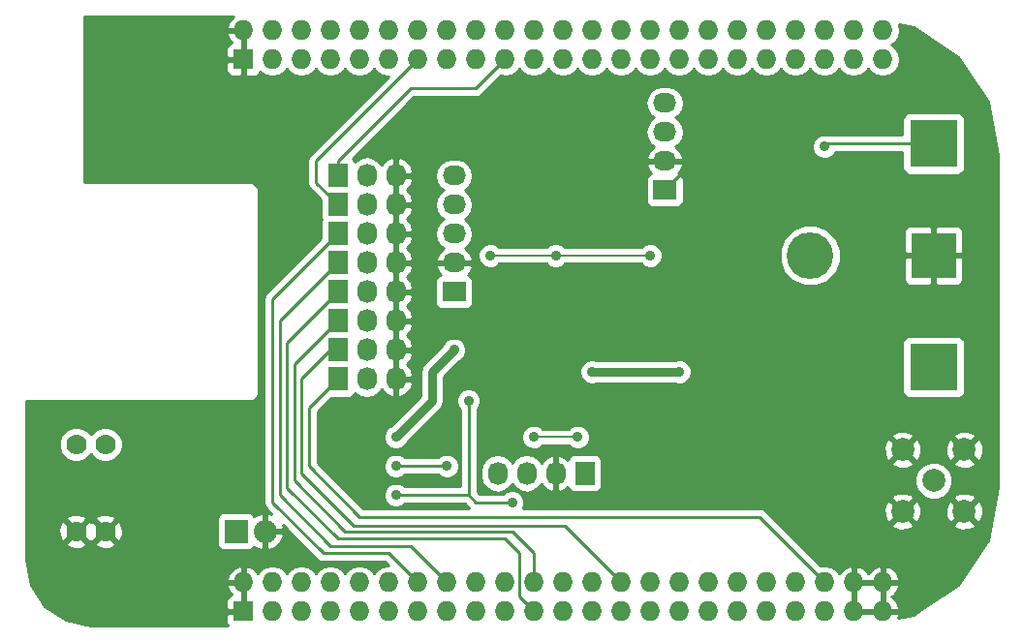
<source format=gbr>
%FSLAX46Y46*%
G04 Gerber Fmt 4.6, Leading zero omitted, Abs format (unit mm)*
G04 Created by KiCad (PCBNEW (2014-09-22 BZR 5144)-product) date Wed 01 Oct 2014 10:30:45 AM CEST*
%MOMM*%
G01*
G04 APERTURE LIST*
%ADD10C,0.100000*%
%ADD11R,4.170000X4.170000*%
%ADD12R,3.960000X3.960000*%
%ADD13C,1.998980*%
%ADD14R,2.032000X2.032000*%
%ADD15O,2.032000X2.032000*%
%ADD16R,1.727200X2.032000*%
%ADD17O,1.727200X2.032000*%
%ADD18R,1.727200X1.727200*%
%ADD19O,1.727200X1.727200*%
%ADD20R,2.032000X1.727200*%
%ADD21O,2.032000X1.727200*%
%ADD22C,1.778000*%
%ADD23C,4.064000*%
%ADD24C,0.889000*%
%ADD25C,0.254000*%
%ADD26C,0.762000*%
%ADD27C,0.203200*%
G04 APERTURE END LIST*
D10*
D11*
X182245000Y-79130000D03*
X182245000Y-98670000D03*
D12*
X182245000Y-88900000D03*
D13*
X182245000Y-108585000D03*
X184945020Y-111285020D03*
X184945020Y-105884980D03*
X179544980Y-105884980D03*
X179544980Y-111285020D03*
D14*
X121285000Y-113030000D03*
D15*
X123825000Y-113030000D03*
D16*
X130175000Y-81915000D03*
D17*
X132715000Y-81915000D03*
X135255000Y-81915000D03*
D16*
X130175000Y-84455000D03*
D17*
X132715000Y-84455000D03*
X135255000Y-84455000D03*
D16*
X130175000Y-86995000D03*
D17*
X132715000Y-86995000D03*
X135255000Y-86995000D03*
D16*
X130175000Y-89535000D03*
D17*
X132715000Y-89535000D03*
X135255000Y-89535000D03*
D16*
X130175000Y-92075000D03*
D17*
X132715000Y-92075000D03*
X135255000Y-92075000D03*
D16*
X130175000Y-94615000D03*
D17*
X132715000Y-94615000D03*
X135255000Y-94615000D03*
D16*
X130175000Y-97155000D03*
D17*
X132715000Y-97155000D03*
X135255000Y-97155000D03*
D18*
X121920000Y-71755000D03*
D19*
X121920000Y-69215000D03*
X124460000Y-71755000D03*
X124460000Y-69215000D03*
X127000000Y-71755000D03*
X127000000Y-69215000D03*
X129540000Y-71755000D03*
X129540000Y-69215000D03*
X132080000Y-71755000D03*
X132080000Y-69215000D03*
X134620000Y-71755000D03*
X134620000Y-69215000D03*
X137160000Y-71755000D03*
X137160000Y-69215000D03*
X139700000Y-71755000D03*
X139700000Y-69215000D03*
X142240000Y-71755000D03*
X142240000Y-69215000D03*
X144780000Y-71755000D03*
X144780000Y-69215000D03*
X147320000Y-71755000D03*
X147320000Y-69215000D03*
X149860000Y-71755000D03*
X149860000Y-69215000D03*
X152400000Y-71755000D03*
X152400000Y-69215000D03*
X154940000Y-71755000D03*
X154940000Y-69215000D03*
X157480000Y-71755000D03*
X157480000Y-69215000D03*
X160020000Y-71755000D03*
X160020000Y-69215000D03*
X162560000Y-71755000D03*
X162560000Y-69215000D03*
X165100000Y-71755000D03*
X165100000Y-69215000D03*
X167640000Y-71755000D03*
X167640000Y-69215000D03*
X170180000Y-71755000D03*
X170180000Y-69215000D03*
X172720000Y-71755000D03*
X172720000Y-69215000D03*
X175260000Y-71755000D03*
X175260000Y-69215000D03*
X177800000Y-71755000D03*
X177800000Y-69215000D03*
D18*
X121920000Y-120015000D03*
D19*
X121920000Y-117475000D03*
X124460000Y-120015000D03*
X124460000Y-117475000D03*
X127000000Y-120015000D03*
X127000000Y-117475000D03*
X129540000Y-120015000D03*
X129540000Y-117475000D03*
X132080000Y-120015000D03*
X132080000Y-117475000D03*
X134620000Y-120015000D03*
X134620000Y-117475000D03*
X137160000Y-120015000D03*
X137160000Y-117475000D03*
X139700000Y-120015000D03*
X139700000Y-117475000D03*
X142240000Y-120015000D03*
X142240000Y-117475000D03*
X144780000Y-120015000D03*
X144780000Y-117475000D03*
X147320000Y-120015000D03*
X147320000Y-117475000D03*
X149860000Y-120015000D03*
X149860000Y-117475000D03*
X152400000Y-120015000D03*
X152400000Y-117475000D03*
X154940000Y-120015000D03*
X154940000Y-117475000D03*
X157480000Y-120015000D03*
X157480000Y-117475000D03*
X160020000Y-120015000D03*
X160020000Y-117475000D03*
X162560000Y-120015000D03*
X162560000Y-117475000D03*
X165100000Y-120015000D03*
X165100000Y-117475000D03*
X167640000Y-120015000D03*
X167640000Y-117475000D03*
X170180000Y-120015000D03*
X170180000Y-117475000D03*
X172720000Y-120015000D03*
X172720000Y-117475000D03*
X175260000Y-120015000D03*
X175260000Y-117475000D03*
X177800000Y-120015000D03*
X177800000Y-117475000D03*
D16*
X130175000Y-99695000D03*
D17*
X132715000Y-99695000D03*
X135255000Y-99695000D03*
D20*
X158750000Y-83185000D03*
D21*
X158750000Y-80645000D03*
X158750000Y-78105000D03*
X158750000Y-75565000D03*
D20*
X140335000Y-92075000D03*
D21*
X140335000Y-89535000D03*
X140335000Y-86995000D03*
X140335000Y-84455000D03*
X140335000Y-81915000D03*
D16*
X151765000Y-107950000D03*
D17*
X149225000Y-107950000D03*
X146685000Y-107950000D03*
X144145000Y-107950000D03*
D22*
X107315000Y-113030000D03*
X109855000Y-113030000D03*
X109855000Y-105410000D03*
X107315000Y-105410000D03*
D23*
X171450000Y-88900000D03*
D24*
X172720000Y-79375000D03*
X142875000Y-104775000D03*
X143510000Y-99060000D03*
X154305000Y-84455000D03*
X182245000Y-74295000D03*
X140335000Y-97155000D03*
X135255000Y-104775000D03*
X160020000Y-99060000D03*
X152400000Y-99060000D03*
X139700000Y-107315000D03*
X135255000Y-107315000D03*
X135255000Y-109855000D03*
X141605000Y-101600000D03*
X145415000Y-110490000D03*
X149225000Y-88900000D03*
X157480000Y-88900000D03*
X143510000Y-88900000D03*
X151130000Y-104775000D03*
X147320000Y-104775000D03*
D25*
X172720000Y-79375000D02*
X172965000Y-79130000D01*
X172965000Y-79130000D02*
X182245000Y-79130000D01*
X158750000Y-83185000D02*
X161290000Y-80645000D01*
X161290000Y-78105000D02*
X161290000Y-80645000D01*
X165100000Y-74295000D02*
X161290000Y-78105000D01*
X165100000Y-74295000D02*
X182245000Y-74295000D01*
D26*
X138430000Y-99060000D02*
X140335000Y-97155000D01*
X138430000Y-101600000D02*
X138430000Y-99060000D01*
X135255000Y-104775000D02*
X138430000Y-101600000D01*
X152400000Y-99060000D02*
X160020000Y-99060000D01*
D25*
X144780000Y-71755000D02*
X142240000Y-74295000D01*
X130175000Y-80645000D02*
X130175000Y-81915000D01*
X136525000Y-74295000D02*
X130175000Y-80645000D01*
X142240000Y-74295000D02*
X136525000Y-74295000D01*
X130175000Y-92075000D02*
X125730000Y-96520000D01*
X146050000Y-118745000D02*
X147320000Y-120015000D01*
X146050000Y-114935000D02*
X146050000Y-118745000D01*
X144780000Y-113665000D02*
X146050000Y-114935000D01*
X130175000Y-113665000D02*
X144780000Y-113665000D01*
X125730000Y-109220000D02*
X130175000Y-113665000D01*
X125730000Y-96520000D02*
X125730000Y-109220000D01*
X137160000Y-71755000D02*
X128270000Y-80645000D01*
X128270000Y-82550000D02*
X130175000Y-84455000D01*
X128270000Y-80645000D02*
X128270000Y-82550000D01*
X147320000Y-117475000D02*
X147320000Y-114935000D01*
X126365000Y-98425000D02*
X130175000Y-94615000D01*
X126365000Y-108585000D02*
X126365000Y-98425000D01*
X130810000Y-113030000D02*
X126365000Y-108585000D01*
X145415000Y-113030000D02*
X130810000Y-113030000D01*
X147320000Y-114935000D02*
X145415000Y-113030000D01*
X130175000Y-94615000D02*
X129540000Y-94615000D01*
X130175000Y-86995000D02*
X124460000Y-92710000D01*
X134620000Y-114935000D02*
X137160000Y-117475000D01*
X128905000Y-114935000D02*
X134620000Y-114935000D01*
X124460000Y-110490000D02*
X128905000Y-114935000D01*
X124460000Y-92710000D02*
X124460000Y-110490000D01*
X130175000Y-97155000D02*
X129540000Y-97155000D01*
X129540000Y-97155000D02*
X127000000Y-99695000D01*
X127000000Y-99695000D02*
X127000000Y-107950000D01*
X127000000Y-107950000D02*
X131571998Y-112521998D01*
X131571998Y-112521998D02*
X149986998Y-112521998D01*
X149986998Y-112521998D02*
X154940000Y-117475000D01*
X130175000Y-89535000D02*
X125095000Y-94615000D01*
X136525000Y-114300000D02*
X139700000Y-117475000D01*
X135890000Y-114300000D02*
X136525000Y-114300000D01*
X129540000Y-114300000D02*
X135890000Y-114300000D01*
X125095000Y-109855000D02*
X129540000Y-114300000D01*
X125095000Y-94615000D02*
X125095000Y-109855000D01*
X172720000Y-117475000D02*
X167005000Y-111760000D01*
X127635000Y-102235000D02*
X130175000Y-99695000D01*
X127635000Y-107315000D02*
X127635000Y-102235000D01*
X132080000Y-111760000D02*
X127635000Y-107315000D01*
X167005000Y-111760000D02*
X132080000Y-111760000D01*
X135255000Y-107315000D02*
X139700000Y-107315000D01*
X135255000Y-109855000D02*
X141605000Y-109855000D01*
X141605000Y-101600000D02*
X141605000Y-109855000D01*
X141605000Y-109855000D02*
X142240000Y-110490000D01*
X142240000Y-110490000D02*
X145415000Y-110490000D01*
D27*
X157480000Y-88900000D02*
X149225000Y-88900000D01*
X149225000Y-88900000D02*
X143510000Y-88900000D01*
X147320000Y-104775000D02*
X151130000Y-104775000D01*
D25*
G36*
X134584909Y-115977540D02*
X134017152Y-116090474D01*
X133530971Y-116415330D01*
X133350000Y-116686172D01*
X133169029Y-116415330D01*
X132682848Y-116090474D01*
X132109359Y-115976400D01*
X132050641Y-115976400D01*
X131477152Y-116090474D01*
X130990971Y-116415330D01*
X130810000Y-116686172D01*
X130629029Y-116415330D01*
X130142848Y-116090474D01*
X129569359Y-115976400D01*
X129510641Y-115976400D01*
X128937152Y-116090474D01*
X128450971Y-116415330D01*
X128270000Y-116686172D01*
X128089029Y-116415330D01*
X127602848Y-116090474D01*
X127029359Y-115976400D01*
X126970641Y-115976400D01*
X126397152Y-116090474D01*
X125910971Y-116415330D01*
X125730000Y-116686172D01*
X125549029Y-116415330D01*
X125430975Y-116336448D01*
X125430975Y-113412944D01*
X125311836Y-113157000D01*
X123952000Y-113157000D01*
X123952000Y-114517367D01*
X124207946Y-114635983D01*
X124793379Y-114367188D01*
X125231385Y-113894818D01*
X125430975Y-113412944D01*
X125430975Y-116336448D01*
X125062848Y-116090474D01*
X124489359Y-115976400D01*
X124430641Y-115976400D01*
X123857152Y-116090474D01*
X123698000Y-116196816D01*
X123698000Y-114517367D01*
X123698000Y-113157000D01*
X123678000Y-113157000D01*
X123678000Y-112903000D01*
X123698000Y-112903000D01*
X123698000Y-111542633D01*
X123442054Y-111424017D01*
X122856621Y-111692812D01*
X122855692Y-111693812D01*
X122839327Y-111654302D01*
X122660699Y-111475673D01*
X122427310Y-111379000D01*
X122174691Y-111379000D01*
X120142691Y-111379000D01*
X119909302Y-111475673D01*
X119730673Y-111654301D01*
X119634000Y-111887690D01*
X119634000Y-112140309D01*
X119634000Y-114172309D01*
X119730673Y-114405698D01*
X119909301Y-114584327D01*
X120142690Y-114681000D01*
X120395309Y-114681000D01*
X122427309Y-114681000D01*
X122660698Y-114584327D01*
X122839327Y-114405699D01*
X122855693Y-114366187D01*
X122856621Y-114367188D01*
X123442054Y-114635983D01*
X123698000Y-114517367D01*
X123698000Y-116196816D01*
X123370971Y-116415330D01*
X123190007Y-116686160D01*
X122808490Y-116268179D01*
X122279027Y-116020032D01*
X122047000Y-116140531D01*
X122047000Y-117348000D01*
X122067000Y-117348000D01*
X122067000Y-117602000D01*
X122047000Y-117602000D01*
X122047000Y-118675150D01*
X122047000Y-118809469D01*
X122047000Y-119888000D01*
X122067000Y-119888000D01*
X122067000Y-120142000D01*
X122047000Y-120142000D01*
X122047000Y-120162000D01*
X121793000Y-120162000D01*
X121793000Y-120142000D01*
X121793000Y-119888000D01*
X121793000Y-118809469D01*
X121793000Y-118675150D01*
X121793000Y-117602000D01*
X121793000Y-117348000D01*
X121793000Y-116140531D01*
X121560973Y-116020032D01*
X121031510Y-116268179D01*
X120637312Y-116700053D01*
X120465042Y-117115974D01*
X120586183Y-117348000D01*
X121793000Y-117348000D01*
X121793000Y-117602000D01*
X120586183Y-117602000D01*
X120465042Y-117834026D01*
X120637312Y-118249947D01*
X120894119Y-118531299D01*
X120696702Y-118613073D01*
X120518073Y-118791701D01*
X120421400Y-119025090D01*
X120421400Y-119277709D01*
X120421400Y-119729250D01*
X120580150Y-119888000D01*
X121793000Y-119888000D01*
X121793000Y-120142000D01*
X120580150Y-120142000D01*
X120421400Y-120300750D01*
X120421400Y-120752291D01*
X120421400Y-121004910D01*
X120516706Y-121235000D01*
X111390516Y-121235000D01*
X111390516Y-113268035D01*
X111379264Y-113003787D01*
X111379264Y-105108188D01*
X111147738Y-104547851D01*
X110719404Y-104118769D01*
X110159472Y-103886265D01*
X109553188Y-103885736D01*
X108992851Y-104117262D01*
X108584664Y-104524737D01*
X108179404Y-104118769D01*
X107619472Y-103886265D01*
X107013188Y-103885736D01*
X106452851Y-104117262D01*
X106023769Y-104545596D01*
X105791265Y-105105528D01*
X105790736Y-105711812D01*
X106022262Y-106272149D01*
X106450596Y-106701231D01*
X107010528Y-106933735D01*
X107616812Y-106934264D01*
X108177149Y-106702738D01*
X108585335Y-106295262D01*
X108990596Y-106701231D01*
X109550528Y-106933735D01*
X110156812Y-106934264D01*
X110717149Y-106702738D01*
X111146231Y-106274404D01*
X111378735Y-105714472D01*
X111379264Y-105108188D01*
X111379264Y-113003787D01*
X111364723Y-112662300D01*
X111182539Y-112222467D01*
X110927196Y-112137409D01*
X110747591Y-112317014D01*
X110747591Y-111957804D01*
X110662533Y-111702461D01*
X110093035Y-111494484D01*
X109487300Y-111520277D01*
X109047467Y-111702461D01*
X108962409Y-111957804D01*
X109855000Y-112850395D01*
X110747591Y-111957804D01*
X110747591Y-112317014D01*
X110034605Y-113030000D01*
X110927196Y-113922591D01*
X111182539Y-113837533D01*
X111390516Y-113268035D01*
X111390516Y-121235000D01*
X110747591Y-121235000D01*
X110747591Y-114102196D01*
X109855000Y-113209605D01*
X109675395Y-113389210D01*
X109675395Y-113030000D01*
X108782804Y-112137409D01*
X108585000Y-112203300D01*
X108387196Y-112137409D01*
X108207591Y-112317014D01*
X108207591Y-111957804D01*
X108122533Y-111702461D01*
X107553035Y-111494484D01*
X106947300Y-111520277D01*
X106507467Y-111702461D01*
X106422409Y-111957804D01*
X107315000Y-112850395D01*
X108207591Y-111957804D01*
X108207591Y-112317014D01*
X107494605Y-113030000D01*
X108387196Y-113922591D01*
X108585000Y-113856699D01*
X108782804Y-113922591D01*
X109675395Y-113030000D01*
X109675395Y-113389210D01*
X108962409Y-114102196D01*
X109047467Y-114357539D01*
X109616965Y-114565516D01*
X110222700Y-114539723D01*
X110662533Y-114357539D01*
X110747591Y-114102196D01*
X110747591Y-121235000D01*
X108652467Y-121235000D01*
X108207591Y-121146508D01*
X108207591Y-114102196D01*
X107315000Y-113209605D01*
X107135395Y-113389210D01*
X107135395Y-113030000D01*
X106242804Y-112137409D01*
X105987461Y-112222467D01*
X105779484Y-112791965D01*
X105805277Y-113397700D01*
X105987461Y-113837533D01*
X106242804Y-113922591D01*
X107135395Y-113030000D01*
X107135395Y-113389210D01*
X106422409Y-114102196D01*
X106507467Y-114357539D01*
X107076965Y-114565516D01*
X107682700Y-114539723D01*
X108122533Y-114357539D01*
X108207591Y-114102196D01*
X108207591Y-121146508D01*
X106422234Y-120791379D01*
X104588729Y-119566270D01*
X103363620Y-117732765D01*
X102920000Y-115502532D01*
X102920000Y-101650000D01*
X122555000Y-101650000D01*
X122817138Y-101597857D01*
X123039368Y-101449368D01*
X123187857Y-101227138D01*
X123240000Y-100965000D01*
X123240000Y-83185000D01*
X123187857Y-82922862D01*
X123039368Y-82700632D01*
X122817138Y-82552143D01*
X122555000Y-82500000D01*
X121793000Y-82500000D01*
X121793000Y-73094850D01*
X121793000Y-71882000D01*
X121793000Y-71628000D01*
X121793000Y-70549469D01*
X121793000Y-70415150D01*
X121793000Y-69342000D01*
X120586183Y-69342000D01*
X120465042Y-69574026D01*
X120637312Y-69989947D01*
X120894119Y-70271299D01*
X120696702Y-70353073D01*
X120518073Y-70531701D01*
X120421400Y-70765090D01*
X120421400Y-71017709D01*
X120421400Y-71469250D01*
X120580150Y-71628000D01*
X121793000Y-71628000D01*
X121793000Y-71882000D01*
X120580150Y-71882000D01*
X120421400Y-72040750D01*
X120421400Y-72492291D01*
X120421400Y-72744910D01*
X120518073Y-72978299D01*
X120696702Y-73156927D01*
X120930091Y-73253600D01*
X121634250Y-73253600D01*
X121793000Y-73094850D01*
X121793000Y-82500000D01*
X108000000Y-82500000D01*
X108000000Y-67995000D01*
X121059629Y-67995000D01*
X121031510Y-68008179D01*
X120637312Y-68440053D01*
X120465042Y-68855974D01*
X120586183Y-69088000D01*
X121793000Y-69088000D01*
X121793000Y-69068000D01*
X122047000Y-69068000D01*
X122047000Y-69088000D01*
X122067000Y-69088000D01*
X122067000Y-69342000D01*
X122047000Y-69342000D01*
X122047000Y-70415150D01*
X122047000Y-70549469D01*
X122047000Y-71628000D01*
X122067000Y-71628000D01*
X122067000Y-71882000D01*
X122047000Y-71882000D01*
X122047000Y-73094850D01*
X122205750Y-73253600D01*
X122909909Y-73253600D01*
X123143298Y-73156927D01*
X123321927Y-72978299D01*
X123385643Y-72824473D01*
X123857152Y-73139526D01*
X124430641Y-73253600D01*
X124489359Y-73253600D01*
X125062848Y-73139526D01*
X125549029Y-72814670D01*
X125730000Y-72543827D01*
X125910971Y-72814670D01*
X126397152Y-73139526D01*
X126970641Y-73253600D01*
X127029359Y-73253600D01*
X127602848Y-73139526D01*
X128089029Y-72814670D01*
X128270000Y-72543827D01*
X128450971Y-72814670D01*
X128937152Y-73139526D01*
X129510641Y-73253600D01*
X129569359Y-73253600D01*
X130142848Y-73139526D01*
X130629029Y-72814670D01*
X130810000Y-72543827D01*
X130990971Y-72814670D01*
X131477152Y-73139526D01*
X132050641Y-73253600D01*
X132109359Y-73253600D01*
X132682848Y-73139526D01*
X133169029Y-72814670D01*
X133350000Y-72543827D01*
X133530971Y-72814670D01*
X134017152Y-73139526D01*
X134584909Y-73252459D01*
X127731185Y-80106185D01*
X127566004Y-80353395D01*
X127508000Y-80645000D01*
X127508000Y-82550000D01*
X127566004Y-82841605D01*
X127731185Y-83088815D01*
X128676400Y-84034030D01*
X128676400Y-85597309D01*
X128729291Y-85724999D01*
X128676400Y-85852690D01*
X128676400Y-86105309D01*
X128676400Y-87415969D01*
X123921185Y-92171185D01*
X123756004Y-92418395D01*
X123698000Y-92710000D01*
X123698000Y-110490000D01*
X123756004Y-110781605D01*
X123921185Y-111028815D01*
X124408442Y-111516072D01*
X124207946Y-111424017D01*
X123952000Y-111542633D01*
X123952000Y-112903000D01*
X125311836Y-112903000D01*
X125430975Y-112647056D01*
X125354294Y-112461924D01*
X128366184Y-115473815D01*
X128366185Y-115473815D01*
X128613395Y-115638996D01*
X128905000Y-115697000D01*
X134304369Y-115697000D01*
X134584909Y-115977540D01*
X134584909Y-115977540D01*
G37*
X134584909Y-115977540D02*
X134017152Y-116090474D01*
X133530971Y-116415330D01*
X133350000Y-116686172D01*
X133169029Y-116415330D01*
X132682848Y-116090474D01*
X132109359Y-115976400D01*
X132050641Y-115976400D01*
X131477152Y-116090474D01*
X130990971Y-116415330D01*
X130810000Y-116686172D01*
X130629029Y-116415330D01*
X130142848Y-116090474D01*
X129569359Y-115976400D01*
X129510641Y-115976400D01*
X128937152Y-116090474D01*
X128450971Y-116415330D01*
X128270000Y-116686172D01*
X128089029Y-116415330D01*
X127602848Y-116090474D01*
X127029359Y-115976400D01*
X126970641Y-115976400D01*
X126397152Y-116090474D01*
X125910971Y-116415330D01*
X125730000Y-116686172D01*
X125549029Y-116415330D01*
X125430975Y-116336448D01*
X125430975Y-113412944D01*
X125311836Y-113157000D01*
X123952000Y-113157000D01*
X123952000Y-114517367D01*
X124207946Y-114635983D01*
X124793379Y-114367188D01*
X125231385Y-113894818D01*
X125430975Y-113412944D01*
X125430975Y-116336448D01*
X125062848Y-116090474D01*
X124489359Y-115976400D01*
X124430641Y-115976400D01*
X123857152Y-116090474D01*
X123698000Y-116196816D01*
X123698000Y-114517367D01*
X123698000Y-113157000D01*
X123678000Y-113157000D01*
X123678000Y-112903000D01*
X123698000Y-112903000D01*
X123698000Y-111542633D01*
X123442054Y-111424017D01*
X122856621Y-111692812D01*
X122855692Y-111693812D01*
X122839327Y-111654302D01*
X122660699Y-111475673D01*
X122427310Y-111379000D01*
X122174691Y-111379000D01*
X120142691Y-111379000D01*
X119909302Y-111475673D01*
X119730673Y-111654301D01*
X119634000Y-111887690D01*
X119634000Y-112140309D01*
X119634000Y-114172309D01*
X119730673Y-114405698D01*
X119909301Y-114584327D01*
X120142690Y-114681000D01*
X120395309Y-114681000D01*
X122427309Y-114681000D01*
X122660698Y-114584327D01*
X122839327Y-114405699D01*
X122855693Y-114366187D01*
X122856621Y-114367188D01*
X123442054Y-114635983D01*
X123698000Y-114517367D01*
X123698000Y-116196816D01*
X123370971Y-116415330D01*
X123190007Y-116686160D01*
X122808490Y-116268179D01*
X122279027Y-116020032D01*
X122047000Y-116140531D01*
X122047000Y-117348000D01*
X122067000Y-117348000D01*
X122067000Y-117602000D01*
X122047000Y-117602000D01*
X122047000Y-118675150D01*
X122047000Y-118809469D01*
X122047000Y-119888000D01*
X122067000Y-119888000D01*
X122067000Y-120142000D01*
X122047000Y-120142000D01*
X122047000Y-120162000D01*
X121793000Y-120162000D01*
X121793000Y-120142000D01*
X121793000Y-119888000D01*
X121793000Y-118809469D01*
X121793000Y-118675150D01*
X121793000Y-117602000D01*
X121793000Y-117348000D01*
X121793000Y-116140531D01*
X121560973Y-116020032D01*
X121031510Y-116268179D01*
X120637312Y-116700053D01*
X120465042Y-117115974D01*
X120586183Y-117348000D01*
X121793000Y-117348000D01*
X121793000Y-117602000D01*
X120586183Y-117602000D01*
X120465042Y-117834026D01*
X120637312Y-118249947D01*
X120894119Y-118531299D01*
X120696702Y-118613073D01*
X120518073Y-118791701D01*
X120421400Y-119025090D01*
X120421400Y-119277709D01*
X120421400Y-119729250D01*
X120580150Y-119888000D01*
X121793000Y-119888000D01*
X121793000Y-120142000D01*
X120580150Y-120142000D01*
X120421400Y-120300750D01*
X120421400Y-120752291D01*
X120421400Y-121004910D01*
X120516706Y-121235000D01*
X111390516Y-121235000D01*
X111390516Y-113268035D01*
X111379264Y-113003787D01*
X111379264Y-105108188D01*
X111147738Y-104547851D01*
X110719404Y-104118769D01*
X110159472Y-103886265D01*
X109553188Y-103885736D01*
X108992851Y-104117262D01*
X108584664Y-104524737D01*
X108179404Y-104118769D01*
X107619472Y-103886265D01*
X107013188Y-103885736D01*
X106452851Y-104117262D01*
X106023769Y-104545596D01*
X105791265Y-105105528D01*
X105790736Y-105711812D01*
X106022262Y-106272149D01*
X106450596Y-106701231D01*
X107010528Y-106933735D01*
X107616812Y-106934264D01*
X108177149Y-106702738D01*
X108585335Y-106295262D01*
X108990596Y-106701231D01*
X109550528Y-106933735D01*
X110156812Y-106934264D01*
X110717149Y-106702738D01*
X111146231Y-106274404D01*
X111378735Y-105714472D01*
X111379264Y-105108188D01*
X111379264Y-113003787D01*
X111364723Y-112662300D01*
X111182539Y-112222467D01*
X110927196Y-112137409D01*
X110747591Y-112317014D01*
X110747591Y-111957804D01*
X110662533Y-111702461D01*
X110093035Y-111494484D01*
X109487300Y-111520277D01*
X109047467Y-111702461D01*
X108962409Y-111957804D01*
X109855000Y-112850395D01*
X110747591Y-111957804D01*
X110747591Y-112317014D01*
X110034605Y-113030000D01*
X110927196Y-113922591D01*
X111182539Y-113837533D01*
X111390516Y-113268035D01*
X111390516Y-121235000D01*
X110747591Y-121235000D01*
X110747591Y-114102196D01*
X109855000Y-113209605D01*
X109675395Y-113389210D01*
X109675395Y-113030000D01*
X108782804Y-112137409D01*
X108585000Y-112203300D01*
X108387196Y-112137409D01*
X108207591Y-112317014D01*
X108207591Y-111957804D01*
X108122533Y-111702461D01*
X107553035Y-111494484D01*
X106947300Y-111520277D01*
X106507467Y-111702461D01*
X106422409Y-111957804D01*
X107315000Y-112850395D01*
X108207591Y-111957804D01*
X108207591Y-112317014D01*
X107494605Y-113030000D01*
X108387196Y-113922591D01*
X108585000Y-113856699D01*
X108782804Y-113922591D01*
X109675395Y-113030000D01*
X109675395Y-113389210D01*
X108962409Y-114102196D01*
X109047467Y-114357539D01*
X109616965Y-114565516D01*
X110222700Y-114539723D01*
X110662533Y-114357539D01*
X110747591Y-114102196D01*
X110747591Y-121235000D01*
X108652467Y-121235000D01*
X108207591Y-121146508D01*
X108207591Y-114102196D01*
X107315000Y-113209605D01*
X107135395Y-113389210D01*
X107135395Y-113030000D01*
X106242804Y-112137409D01*
X105987461Y-112222467D01*
X105779484Y-112791965D01*
X105805277Y-113397700D01*
X105987461Y-113837533D01*
X106242804Y-113922591D01*
X107135395Y-113030000D01*
X107135395Y-113389210D01*
X106422409Y-114102196D01*
X106507467Y-114357539D01*
X107076965Y-114565516D01*
X107682700Y-114539723D01*
X108122533Y-114357539D01*
X108207591Y-114102196D01*
X108207591Y-121146508D01*
X106422234Y-120791379D01*
X104588729Y-119566270D01*
X103363620Y-117732765D01*
X102920000Y-115502532D01*
X102920000Y-101650000D01*
X122555000Y-101650000D01*
X122817138Y-101597857D01*
X123039368Y-101449368D01*
X123187857Y-101227138D01*
X123240000Y-100965000D01*
X123240000Y-83185000D01*
X123187857Y-82922862D01*
X123039368Y-82700632D01*
X122817138Y-82552143D01*
X122555000Y-82500000D01*
X121793000Y-82500000D01*
X121793000Y-73094850D01*
X121793000Y-71882000D01*
X121793000Y-71628000D01*
X121793000Y-70549469D01*
X121793000Y-70415150D01*
X121793000Y-69342000D01*
X120586183Y-69342000D01*
X120465042Y-69574026D01*
X120637312Y-69989947D01*
X120894119Y-70271299D01*
X120696702Y-70353073D01*
X120518073Y-70531701D01*
X120421400Y-70765090D01*
X120421400Y-71017709D01*
X120421400Y-71469250D01*
X120580150Y-71628000D01*
X121793000Y-71628000D01*
X121793000Y-71882000D01*
X120580150Y-71882000D01*
X120421400Y-72040750D01*
X120421400Y-72492291D01*
X120421400Y-72744910D01*
X120518073Y-72978299D01*
X120696702Y-73156927D01*
X120930091Y-73253600D01*
X121634250Y-73253600D01*
X121793000Y-73094850D01*
X121793000Y-82500000D01*
X108000000Y-82500000D01*
X108000000Y-67995000D01*
X121059629Y-67995000D01*
X121031510Y-68008179D01*
X120637312Y-68440053D01*
X120465042Y-68855974D01*
X120586183Y-69088000D01*
X121793000Y-69088000D01*
X121793000Y-69068000D01*
X122047000Y-69068000D01*
X122047000Y-69088000D01*
X122067000Y-69088000D01*
X122067000Y-69342000D01*
X122047000Y-69342000D01*
X122047000Y-70415150D01*
X122047000Y-70549469D01*
X122047000Y-71628000D01*
X122067000Y-71628000D01*
X122067000Y-71882000D01*
X122047000Y-71882000D01*
X122047000Y-73094850D01*
X122205750Y-73253600D01*
X122909909Y-73253600D01*
X123143298Y-73156927D01*
X123321927Y-72978299D01*
X123385643Y-72824473D01*
X123857152Y-73139526D01*
X124430641Y-73253600D01*
X124489359Y-73253600D01*
X125062848Y-73139526D01*
X125549029Y-72814670D01*
X125730000Y-72543827D01*
X125910971Y-72814670D01*
X126397152Y-73139526D01*
X126970641Y-73253600D01*
X127029359Y-73253600D01*
X127602848Y-73139526D01*
X128089029Y-72814670D01*
X128270000Y-72543827D01*
X128450971Y-72814670D01*
X128937152Y-73139526D01*
X129510641Y-73253600D01*
X129569359Y-73253600D01*
X130142848Y-73139526D01*
X130629029Y-72814670D01*
X130810000Y-72543827D01*
X130990971Y-72814670D01*
X131477152Y-73139526D01*
X132050641Y-73253600D01*
X132109359Y-73253600D01*
X132682848Y-73139526D01*
X133169029Y-72814670D01*
X133350000Y-72543827D01*
X133530971Y-72814670D01*
X134017152Y-73139526D01*
X134584909Y-73252459D01*
X127731185Y-80106185D01*
X127566004Y-80353395D01*
X127508000Y-80645000D01*
X127508000Y-82550000D01*
X127566004Y-82841605D01*
X127731185Y-83088815D01*
X128676400Y-84034030D01*
X128676400Y-85597309D01*
X128729291Y-85724999D01*
X128676400Y-85852690D01*
X128676400Y-86105309D01*
X128676400Y-87415969D01*
X123921185Y-92171185D01*
X123756004Y-92418395D01*
X123698000Y-92710000D01*
X123698000Y-110490000D01*
X123756004Y-110781605D01*
X123921185Y-111028815D01*
X124408442Y-111516072D01*
X124207946Y-111424017D01*
X123952000Y-111542633D01*
X123952000Y-112903000D01*
X125311836Y-112903000D01*
X125430975Y-112647056D01*
X125354294Y-112461924D01*
X128366184Y-115473815D01*
X128366185Y-115473815D01*
X128613395Y-115638996D01*
X128905000Y-115697000D01*
X134304369Y-115697000D01*
X134584909Y-115977540D01*
G36*
X187910000Y-109152532D02*
X186983014Y-113812805D01*
X186590421Y-114400361D01*
X186590421Y-111549438D01*
X186590421Y-106149398D01*
X186566361Y-105499603D01*
X186363985Y-105011022D01*
X186097183Y-104912423D01*
X185917577Y-105092028D01*
X185917577Y-104732817D01*
X185818978Y-104466015D01*
X185209438Y-104239579D01*
X184965000Y-104248629D01*
X184965000Y-100881310D01*
X184965000Y-100628691D01*
X184965000Y-96458691D01*
X184965000Y-81341310D01*
X184965000Y-81088691D01*
X184965000Y-76918691D01*
X184868327Y-76685302D01*
X184689699Y-76506673D01*
X184456310Y-76410000D01*
X184203691Y-76410000D01*
X180033691Y-76410000D01*
X179800302Y-76506673D01*
X179621673Y-76685301D01*
X179525000Y-76918690D01*
X179525000Y-77171309D01*
X179525000Y-78368000D01*
X173109816Y-78368000D01*
X172935668Y-78295687D01*
X172506216Y-78295313D01*
X172109311Y-78459311D01*
X171805378Y-78762714D01*
X171640687Y-79159332D01*
X171640313Y-79588784D01*
X171804311Y-79985689D01*
X172107714Y-80289622D01*
X172504332Y-80454313D01*
X172933784Y-80454687D01*
X173330689Y-80290689D01*
X173634622Y-79987286D01*
X173674188Y-79892000D01*
X179525000Y-79892000D01*
X179525000Y-81341309D01*
X179621673Y-81574698D01*
X179800301Y-81753327D01*
X180033690Y-81850000D01*
X180286309Y-81850000D01*
X184456309Y-81850000D01*
X184689698Y-81753327D01*
X184868327Y-81574699D01*
X184965000Y-81341310D01*
X184965000Y-96458691D01*
X184868327Y-96225302D01*
X184860000Y-96216974D01*
X184860000Y-91006309D01*
X184860000Y-89185750D01*
X184860000Y-88614250D01*
X184860000Y-86793691D01*
X184763327Y-86560302D01*
X184584699Y-86381673D01*
X184351310Y-86285000D01*
X184098691Y-86285000D01*
X182530750Y-86285000D01*
X182372000Y-86443750D01*
X182372000Y-88773000D01*
X184701250Y-88773000D01*
X184860000Y-88614250D01*
X184860000Y-89185750D01*
X184701250Y-89027000D01*
X182372000Y-89027000D01*
X182372000Y-91356250D01*
X182530750Y-91515000D01*
X184098691Y-91515000D01*
X184351310Y-91515000D01*
X184584699Y-91418327D01*
X184763327Y-91239698D01*
X184860000Y-91006309D01*
X184860000Y-96216974D01*
X184689699Y-96046673D01*
X184456310Y-95950000D01*
X184203691Y-95950000D01*
X182118000Y-95950000D01*
X182118000Y-91356250D01*
X182118000Y-89027000D01*
X182118000Y-88773000D01*
X182118000Y-86443750D01*
X181959250Y-86285000D01*
X180391309Y-86285000D01*
X180138690Y-86285000D01*
X179905301Y-86381673D01*
X179726673Y-86560302D01*
X179630000Y-86793691D01*
X179630000Y-88614250D01*
X179788750Y-88773000D01*
X182118000Y-88773000D01*
X182118000Y-89027000D01*
X179788750Y-89027000D01*
X179630000Y-89185750D01*
X179630000Y-91006309D01*
X179726673Y-91239698D01*
X179905301Y-91418327D01*
X180138690Y-91515000D01*
X180391309Y-91515000D01*
X181959250Y-91515000D01*
X182118000Y-91356250D01*
X182118000Y-95950000D01*
X180033691Y-95950000D01*
X179800302Y-96046673D01*
X179621673Y-96225301D01*
X179525000Y-96458690D01*
X179525000Y-96711309D01*
X179525000Y-100881309D01*
X179621673Y-101114698D01*
X179800301Y-101293327D01*
X180033690Y-101390000D01*
X180286309Y-101390000D01*
X184456309Y-101390000D01*
X184689698Y-101293327D01*
X184868327Y-101114699D01*
X184965000Y-100881310D01*
X184965000Y-104248629D01*
X184559643Y-104263639D01*
X184071062Y-104466015D01*
X183972463Y-104732817D01*
X184945020Y-105705375D01*
X185917577Y-104732817D01*
X185917577Y-105092028D01*
X185124625Y-105884980D01*
X186097183Y-106857537D01*
X186363985Y-106758938D01*
X186590421Y-106149398D01*
X186590421Y-111549438D01*
X186566361Y-110899643D01*
X186363985Y-110411062D01*
X186097183Y-110312463D01*
X185917577Y-110492068D01*
X185917577Y-110132857D01*
X185917577Y-107037143D01*
X184945020Y-106064585D01*
X184765415Y-106244190D01*
X184765415Y-105884980D01*
X183792857Y-104912423D01*
X183526055Y-105011022D01*
X183299619Y-105620562D01*
X183323679Y-106270357D01*
X183526055Y-106758938D01*
X183792857Y-106857537D01*
X184765415Y-105884980D01*
X184765415Y-106244190D01*
X183972463Y-107037143D01*
X184071062Y-107303945D01*
X184680602Y-107530381D01*
X185330397Y-107506321D01*
X185818978Y-107303945D01*
X185917577Y-107037143D01*
X185917577Y-110132857D01*
X185818978Y-109866055D01*
X185209438Y-109639619D01*
X184559643Y-109663679D01*
X184071062Y-109866055D01*
X183972463Y-110132857D01*
X184945020Y-111105415D01*
X185917577Y-110132857D01*
X185917577Y-110492068D01*
X185124625Y-111285020D01*
X186097183Y-112257577D01*
X186363985Y-112158978D01*
X186590421Y-111549438D01*
X186590421Y-114400361D01*
X185917577Y-115407343D01*
X185917577Y-112437183D01*
X184945020Y-111464625D01*
X184765415Y-111644230D01*
X184765415Y-111285020D01*
X183879774Y-110399379D01*
X183879774Y-108261306D01*
X183631462Y-107660345D01*
X183172073Y-107200154D01*
X182571547Y-106950794D01*
X181921306Y-106950226D01*
X181320345Y-107198538D01*
X181190381Y-107328275D01*
X181190381Y-106149398D01*
X181166321Y-105499603D01*
X180963945Y-105011022D01*
X180697143Y-104912423D01*
X180517537Y-105092028D01*
X180517537Y-104732817D01*
X180418938Y-104466015D01*
X179809398Y-104239579D01*
X179159603Y-104263639D01*
X178671022Y-104466015D01*
X178572423Y-104732817D01*
X179544980Y-105705375D01*
X180517537Y-104732817D01*
X180517537Y-105092028D01*
X179724585Y-105884980D01*
X180697143Y-106857537D01*
X180963945Y-106758938D01*
X181190381Y-106149398D01*
X181190381Y-107328275D01*
X180860154Y-107657927D01*
X180610794Y-108258453D01*
X180610226Y-108908694D01*
X180858538Y-109509655D01*
X181317927Y-109969846D01*
X181918453Y-110219206D01*
X182568694Y-110219774D01*
X183169655Y-109971462D01*
X183629846Y-109512073D01*
X183879206Y-108911547D01*
X183879774Y-108261306D01*
X183879774Y-110399379D01*
X183792857Y-110312463D01*
X183526055Y-110411062D01*
X183299619Y-111020602D01*
X183323679Y-111670397D01*
X183526055Y-112158978D01*
X183792857Y-112257577D01*
X184765415Y-111285020D01*
X184765415Y-111644230D01*
X183972463Y-112437183D01*
X184071062Y-112703985D01*
X184680602Y-112930421D01*
X185330397Y-112906361D01*
X185818978Y-112703985D01*
X185917577Y-112437183D01*
X185917577Y-115407343D01*
X184381397Y-117706399D01*
X181190381Y-119838567D01*
X181190381Y-111549438D01*
X181166321Y-110899643D01*
X180963945Y-110411062D01*
X180697143Y-110312463D01*
X180517537Y-110492068D01*
X180517537Y-110132857D01*
X180517537Y-107037143D01*
X179544980Y-106064585D01*
X179365375Y-106244190D01*
X179365375Y-105884980D01*
X178392817Y-104912423D01*
X178126015Y-105011022D01*
X177899579Y-105620562D01*
X177923639Y-106270357D01*
X178126015Y-106758938D01*
X178392817Y-106857537D01*
X179365375Y-105884980D01*
X179365375Y-106244190D01*
X178572423Y-107037143D01*
X178671022Y-107303945D01*
X179280562Y-107530381D01*
X179930357Y-107506321D01*
X180418938Y-107303945D01*
X180517537Y-107037143D01*
X180517537Y-110132857D01*
X180418938Y-109866055D01*
X179809398Y-109639619D01*
X179159603Y-109663679D01*
X178671022Y-109866055D01*
X178572423Y-110132857D01*
X179544980Y-111105415D01*
X180517537Y-110132857D01*
X180517537Y-110492068D01*
X179724585Y-111285020D01*
X180697143Y-112257577D01*
X180963945Y-112158978D01*
X181190381Y-111549438D01*
X181190381Y-119838567D01*
X180517537Y-120288147D01*
X180517537Y-112437183D01*
X179544980Y-111464625D01*
X179365375Y-111644230D01*
X179365375Y-111285020D01*
X178392817Y-110312463D01*
X178126015Y-110411062D01*
X177899579Y-111020602D01*
X177923639Y-111670397D01*
X178126015Y-112158978D01*
X178392817Y-112257577D01*
X179365375Y-111285020D01*
X179365375Y-111644230D01*
X178572423Y-112437183D01*
X178671022Y-112703985D01*
X179280562Y-112930421D01*
X179930357Y-112906361D01*
X180418938Y-112703985D01*
X180517537Y-112437183D01*
X180517537Y-120288147D01*
X180487804Y-120308014D01*
X179174063Y-120569333D01*
X179254958Y-120374026D01*
X179254958Y-119655974D01*
X179082688Y-119240053D01*
X178688490Y-118808179D01*
X178553687Y-118745000D01*
X178688490Y-118681821D01*
X179082688Y-118249947D01*
X179254958Y-117834026D01*
X179254958Y-117115974D01*
X179082688Y-116700053D01*
X178688490Y-116268179D01*
X178159027Y-116020032D01*
X177927000Y-116140531D01*
X177927000Y-117348000D01*
X179133817Y-117348000D01*
X179254958Y-117115974D01*
X179254958Y-117834026D01*
X179133817Y-117602000D01*
X177927000Y-117602000D01*
X177927000Y-118680531D01*
X177927000Y-118809469D01*
X177927000Y-119888000D01*
X179133817Y-119888000D01*
X179254958Y-119655974D01*
X179254958Y-120374026D01*
X179133817Y-120142000D01*
X177927000Y-120142000D01*
X177927000Y-120162000D01*
X177673000Y-120162000D01*
X177673000Y-120142000D01*
X177673000Y-119888000D01*
X177673000Y-118809469D01*
X177673000Y-118680531D01*
X177673000Y-117602000D01*
X177673000Y-117348000D01*
X177673000Y-116140531D01*
X177440973Y-116020032D01*
X176911510Y-116268179D01*
X176530000Y-116686152D01*
X176148490Y-116268179D01*
X175619027Y-116020032D01*
X175387000Y-116140531D01*
X175387000Y-117348000D01*
X176466183Y-117348000D01*
X176593817Y-117348000D01*
X177673000Y-117348000D01*
X177673000Y-117602000D01*
X176593817Y-117602000D01*
X176466183Y-117602000D01*
X175387000Y-117602000D01*
X175387000Y-118680531D01*
X175387000Y-118809469D01*
X175387000Y-119888000D01*
X176466183Y-119888000D01*
X176593817Y-119888000D01*
X177673000Y-119888000D01*
X177673000Y-120142000D01*
X176593817Y-120142000D01*
X176466183Y-120142000D01*
X175387000Y-120142000D01*
X175387000Y-120162000D01*
X175133000Y-120162000D01*
X175133000Y-120142000D01*
X175113000Y-120142000D01*
X175113000Y-119888000D01*
X175133000Y-119888000D01*
X175133000Y-118809469D01*
X175133000Y-118680531D01*
X175133000Y-117602000D01*
X175113000Y-117602000D01*
X175113000Y-117348000D01*
X175133000Y-117348000D01*
X175133000Y-116140531D01*
X174900973Y-116020032D01*
X174371510Y-116268179D01*
X174117462Y-116546507D01*
X174117462Y-88371828D01*
X173712291Y-87391239D01*
X172962707Y-86640345D01*
X171982827Y-86233464D01*
X170921828Y-86232538D01*
X169941239Y-86637709D01*
X169190345Y-87387293D01*
X168783464Y-88367173D01*
X168782538Y-89428172D01*
X169187709Y-90408761D01*
X169937293Y-91159655D01*
X170917173Y-91566536D01*
X171978172Y-91567462D01*
X172958761Y-91162291D01*
X173709655Y-90412707D01*
X174116536Y-89432827D01*
X174117462Y-88371828D01*
X174117462Y-116546507D01*
X173989992Y-116686160D01*
X173809029Y-116415330D01*
X173322848Y-116090474D01*
X172749359Y-115976400D01*
X172690641Y-115976400D01*
X172364003Y-116041372D01*
X167543815Y-111221185D01*
X167296605Y-111056004D01*
X167005000Y-110998000D01*
X161099687Y-110998000D01*
X161099687Y-98846216D01*
X160935689Y-98449311D01*
X160632286Y-98145378D01*
X160433345Y-98062770D01*
X160433345Y-78105000D01*
X160319271Y-77531511D01*
X159994415Y-77045330D01*
X159679634Y-76835000D01*
X159994415Y-76624670D01*
X160319271Y-76138489D01*
X160433345Y-75565000D01*
X160319271Y-74991511D01*
X159994415Y-74505330D01*
X159508234Y-74180474D01*
X158934745Y-74066400D01*
X158565255Y-74066400D01*
X157991766Y-74180474D01*
X157505585Y-74505330D01*
X157180729Y-74991511D01*
X157066655Y-75565000D01*
X157180729Y-76138489D01*
X157505585Y-76624670D01*
X157820365Y-76835000D01*
X157505585Y-77045330D01*
X157180729Y-77531511D01*
X157066655Y-78105000D01*
X157180729Y-78678489D01*
X157505585Y-79164670D01*
X157815069Y-79371460D01*
X157399268Y-79742964D01*
X157145291Y-80270209D01*
X157142642Y-80285974D01*
X157263783Y-80518000D01*
X158623000Y-80518000D01*
X158623000Y-80498000D01*
X158877000Y-80498000D01*
X158877000Y-80518000D01*
X160236217Y-80518000D01*
X160357358Y-80285974D01*
X160354709Y-80270209D01*
X160100732Y-79742964D01*
X159684930Y-79371460D01*
X159994415Y-79164670D01*
X160319271Y-78678489D01*
X160433345Y-78105000D01*
X160433345Y-98062770D01*
X160401000Y-98049339D01*
X160401000Y-84174910D01*
X160401000Y-83922291D01*
X160401000Y-82195091D01*
X160304327Y-81961702D01*
X160125699Y-81783073D01*
X159928139Y-81701241D01*
X160100732Y-81547036D01*
X160354709Y-81019791D01*
X160357358Y-81004026D01*
X160236217Y-80772000D01*
X158877000Y-80772000D01*
X158877000Y-80792000D01*
X158623000Y-80792000D01*
X158623000Y-80772000D01*
X157263783Y-80772000D01*
X157142642Y-81004026D01*
X157145291Y-81019791D01*
X157399268Y-81547036D01*
X157571860Y-81701241D01*
X157374302Y-81783073D01*
X157195673Y-81961701D01*
X157099000Y-82195090D01*
X157099000Y-82447709D01*
X157099000Y-84174909D01*
X157195673Y-84408298D01*
X157374301Y-84586927D01*
X157607690Y-84683600D01*
X157860309Y-84683600D01*
X159892309Y-84683600D01*
X160125698Y-84586927D01*
X160304327Y-84408299D01*
X160401000Y-84174910D01*
X160401000Y-98049339D01*
X160235668Y-97980687D01*
X159806216Y-97980313D01*
X159652081Y-98044000D01*
X158559687Y-98044000D01*
X158559687Y-88686216D01*
X158395689Y-88289311D01*
X158092286Y-87985378D01*
X157695668Y-87820687D01*
X157266216Y-87820313D01*
X156869311Y-87984311D01*
X156689909Y-88163400D01*
X150014997Y-88163400D01*
X149837286Y-87985378D01*
X149440668Y-87820687D01*
X149011216Y-87820313D01*
X148614311Y-87984311D01*
X148434909Y-88163400D01*
X144299997Y-88163400D01*
X144122286Y-87985378D01*
X143725668Y-87820687D01*
X143296216Y-87820313D01*
X142899311Y-87984311D01*
X142595378Y-88287714D01*
X142430687Y-88684332D01*
X142430313Y-89113784D01*
X142594311Y-89510689D01*
X142897714Y-89814622D01*
X143294332Y-89979313D01*
X143723784Y-89979687D01*
X144120689Y-89815689D01*
X144300090Y-89636600D01*
X148435002Y-89636600D01*
X148612714Y-89814622D01*
X149009332Y-89979313D01*
X149438784Y-89979687D01*
X149835689Y-89815689D01*
X150015090Y-89636600D01*
X156690002Y-89636600D01*
X156867714Y-89814622D01*
X157264332Y-89979313D01*
X157693784Y-89979687D01*
X158090689Y-89815689D01*
X158394622Y-89512286D01*
X158559313Y-89115668D01*
X158559687Y-88686216D01*
X158559687Y-98044000D01*
X152768141Y-98044000D01*
X152615668Y-97980687D01*
X152186216Y-97980313D01*
X151789311Y-98144311D01*
X151485378Y-98447714D01*
X151320687Y-98844332D01*
X151320313Y-99273784D01*
X151484311Y-99670689D01*
X151787714Y-99974622D01*
X152184332Y-100139313D01*
X152613784Y-100139687D01*
X152767918Y-100076000D01*
X159651858Y-100076000D01*
X159804332Y-100139313D01*
X160233784Y-100139687D01*
X160630689Y-99975689D01*
X160934622Y-99672286D01*
X161099313Y-99275668D01*
X161099687Y-98846216D01*
X161099687Y-110998000D01*
X153263600Y-110998000D01*
X153263600Y-109092310D01*
X153263600Y-108839691D01*
X153263600Y-106807691D01*
X153166927Y-106574302D01*
X152988299Y-106395673D01*
X152754910Y-106299000D01*
X152502291Y-106299000D01*
X152209687Y-106299000D01*
X152209687Y-104561216D01*
X152045689Y-104164311D01*
X151742286Y-103860378D01*
X151345668Y-103695687D01*
X150916216Y-103695313D01*
X150519311Y-103859311D01*
X150339909Y-104038400D01*
X148109997Y-104038400D01*
X147932286Y-103860378D01*
X147535668Y-103695687D01*
X147106216Y-103695313D01*
X146709311Y-103859311D01*
X146405378Y-104162714D01*
X146240687Y-104559332D01*
X146240313Y-104988784D01*
X146404311Y-105385689D01*
X146707714Y-105689622D01*
X147104332Y-105854313D01*
X147533784Y-105854687D01*
X147930689Y-105690689D01*
X148110090Y-105511600D01*
X150340002Y-105511600D01*
X150517714Y-105689622D01*
X150914332Y-105854313D01*
X151343784Y-105854687D01*
X151740689Y-105690689D01*
X152044622Y-105387286D01*
X152209313Y-104990668D01*
X152209687Y-104561216D01*
X152209687Y-106299000D01*
X150775091Y-106299000D01*
X150541702Y-106395673D01*
X150363073Y-106574301D01*
X150281241Y-106771860D01*
X150127036Y-106599268D01*
X149599791Y-106345291D01*
X149584026Y-106342642D01*
X149352000Y-106463783D01*
X149352000Y-107823000D01*
X149372000Y-107823000D01*
X149372000Y-108077000D01*
X149352000Y-108077000D01*
X149352000Y-109436217D01*
X149584026Y-109557358D01*
X149599791Y-109554709D01*
X150127036Y-109300732D01*
X150281241Y-109128139D01*
X150363073Y-109325698D01*
X150541701Y-109504327D01*
X150775090Y-109601000D01*
X151027709Y-109601000D01*
X152754909Y-109601000D01*
X152988298Y-109504327D01*
X153166927Y-109325699D01*
X153263600Y-109092310D01*
X153263600Y-110998000D01*
X149098000Y-110998000D01*
X149098000Y-109436217D01*
X149098000Y-108077000D01*
X149078000Y-108077000D01*
X149078000Y-107823000D01*
X149098000Y-107823000D01*
X149098000Y-106463783D01*
X148865974Y-106342642D01*
X148850209Y-106345291D01*
X148322964Y-106599268D01*
X147951460Y-107015069D01*
X147744670Y-106705585D01*
X147258489Y-106380729D01*
X146685000Y-106266655D01*
X146111511Y-106380729D01*
X145625330Y-106705585D01*
X145415000Y-107020365D01*
X145204670Y-106705585D01*
X144718489Y-106380729D01*
X144145000Y-106266655D01*
X143571511Y-106380729D01*
X143085330Y-106705585D01*
X142760474Y-107191766D01*
X142646400Y-107765255D01*
X142646400Y-108134745D01*
X142760474Y-108708234D01*
X143085330Y-109194415D01*
X143571511Y-109519271D01*
X144145000Y-109633345D01*
X144718489Y-109519271D01*
X145204670Y-109194415D01*
X145415000Y-108879634D01*
X145625330Y-109194415D01*
X146111511Y-109519271D01*
X146685000Y-109633345D01*
X147258489Y-109519271D01*
X147744670Y-109194415D01*
X147951460Y-108884930D01*
X148322964Y-109300732D01*
X148850209Y-109554709D01*
X148865974Y-109557358D01*
X149098000Y-109436217D01*
X149098000Y-110998000D01*
X146372925Y-110998000D01*
X146494313Y-110705668D01*
X146494687Y-110276216D01*
X146330689Y-109879311D01*
X146027286Y-109575378D01*
X145630668Y-109410687D01*
X145201216Y-109410313D01*
X144804311Y-109574311D01*
X144650353Y-109728000D01*
X142555630Y-109728000D01*
X142367000Y-109539369D01*
X142367000Y-102364641D01*
X142519622Y-102212286D01*
X142684313Y-101815668D01*
X142684687Y-101386216D01*
X142520689Y-100989311D01*
X142217286Y-100685378D01*
X142018345Y-100602770D01*
X142018345Y-86995000D01*
X141904271Y-86421511D01*
X141579415Y-85935330D01*
X141264634Y-85725000D01*
X141579415Y-85514670D01*
X141904271Y-85028489D01*
X142018345Y-84455000D01*
X141904271Y-83881511D01*
X141579415Y-83395330D01*
X141264634Y-83185000D01*
X141579415Y-82974670D01*
X141904271Y-82488489D01*
X142018345Y-81915000D01*
X141904271Y-81341511D01*
X141579415Y-80855330D01*
X141093234Y-80530474D01*
X140519745Y-80416400D01*
X140150255Y-80416400D01*
X139576766Y-80530474D01*
X139090585Y-80855330D01*
X138765729Y-81341511D01*
X138651655Y-81915000D01*
X138765729Y-82488489D01*
X139090585Y-82974670D01*
X139405365Y-83185000D01*
X139090585Y-83395330D01*
X138765729Y-83881511D01*
X138651655Y-84455000D01*
X138765729Y-85028489D01*
X139090585Y-85514670D01*
X139405365Y-85725000D01*
X139090585Y-85935330D01*
X138765729Y-86421511D01*
X138651655Y-86995000D01*
X138765729Y-87568489D01*
X139090585Y-88054670D01*
X139400069Y-88261460D01*
X138984268Y-88632964D01*
X138730291Y-89160209D01*
X138727642Y-89175974D01*
X138848783Y-89408000D01*
X140208000Y-89408000D01*
X140208000Y-89388000D01*
X140462000Y-89388000D01*
X140462000Y-89408000D01*
X141821217Y-89408000D01*
X141942358Y-89175974D01*
X141939709Y-89160209D01*
X141685732Y-88632964D01*
X141269930Y-88261460D01*
X141579415Y-88054670D01*
X141904271Y-87568489D01*
X142018345Y-86995000D01*
X142018345Y-100602770D01*
X141986000Y-100589339D01*
X141986000Y-93064910D01*
X141986000Y-92812291D01*
X141986000Y-91085091D01*
X141889327Y-90851702D01*
X141710699Y-90673073D01*
X141513139Y-90591241D01*
X141685732Y-90437036D01*
X141939709Y-89909791D01*
X141942358Y-89894026D01*
X141821217Y-89662000D01*
X140462000Y-89662000D01*
X140462000Y-89682000D01*
X140208000Y-89682000D01*
X140208000Y-89662000D01*
X138848783Y-89662000D01*
X138727642Y-89894026D01*
X138730291Y-89909791D01*
X138984268Y-90437036D01*
X139156860Y-90591241D01*
X138959302Y-90673073D01*
X138780673Y-90851701D01*
X138684000Y-91085090D01*
X138684000Y-91337709D01*
X138684000Y-93064909D01*
X138780673Y-93298298D01*
X138959301Y-93476927D01*
X139192690Y-93573600D01*
X139445309Y-93573600D01*
X141477309Y-93573600D01*
X141710698Y-93476927D01*
X141889327Y-93298299D01*
X141986000Y-93064910D01*
X141986000Y-100589339D01*
X141820668Y-100520687D01*
X141414687Y-100520333D01*
X141414687Y-96941216D01*
X141250689Y-96544311D01*
X140947286Y-96240378D01*
X140550668Y-96075687D01*
X140121216Y-96075313D01*
X139724311Y-96239311D01*
X139420378Y-96542714D01*
X139356421Y-96696737D01*
X137711580Y-98341580D01*
X137491338Y-98671193D01*
X137478507Y-98735700D01*
X137414000Y-99060000D01*
X137414000Y-101179159D01*
X136740184Y-101852975D01*
X136740184Y-100056913D01*
X136740184Y-99333087D01*
X136546954Y-98780680D01*
X136229167Y-98425000D01*
X136546954Y-98069320D01*
X136740184Y-97516913D01*
X136740184Y-96793087D01*
X136546954Y-96240680D01*
X136229167Y-95885000D01*
X136546954Y-95529320D01*
X136740184Y-94976913D01*
X136740184Y-94253087D01*
X136546954Y-93700680D01*
X136229167Y-93345000D01*
X136546954Y-92989320D01*
X136740184Y-92436913D01*
X136740184Y-91713087D01*
X136546954Y-91160680D01*
X136229167Y-90805000D01*
X136546954Y-90449320D01*
X136740184Y-89896913D01*
X136740184Y-89173087D01*
X136546954Y-88620680D01*
X136229167Y-88265000D01*
X136546954Y-87909320D01*
X136740184Y-87356913D01*
X136740184Y-86633087D01*
X136546954Y-86080680D01*
X136229167Y-85725000D01*
X136546954Y-85369320D01*
X136740184Y-84816913D01*
X136740184Y-84093087D01*
X136546954Y-83540680D01*
X136229167Y-83185000D01*
X136546954Y-82829320D01*
X136740184Y-82276913D01*
X136740184Y-81553087D01*
X136546954Y-81000680D01*
X136157036Y-80564268D01*
X135629791Y-80310291D01*
X135614026Y-80307642D01*
X135382000Y-80428783D01*
X135382000Y-81788000D01*
X136595924Y-81788000D01*
X136740184Y-81553087D01*
X136740184Y-82276913D01*
X136595924Y-82042000D01*
X135382000Y-82042000D01*
X135382000Y-82968783D01*
X135382000Y-83401217D01*
X135382000Y-84328000D01*
X136595924Y-84328000D01*
X136740184Y-84093087D01*
X136740184Y-84816913D01*
X136595924Y-84582000D01*
X135382000Y-84582000D01*
X135382000Y-85508783D01*
X135382000Y-85941217D01*
X135382000Y-86868000D01*
X136595924Y-86868000D01*
X136740184Y-86633087D01*
X136740184Y-87356913D01*
X136595924Y-87122000D01*
X135382000Y-87122000D01*
X135382000Y-88048783D01*
X135382000Y-88481217D01*
X135382000Y-89408000D01*
X136595924Y-89408000D01*
X136740184Y-89173087D01*
X136740184Y-89896913D01*
X136595924Y-89662000D01*
X135382000Y-89662000D01*
X135382000Y-90588783D01*
X135382000Y-91021217D01*
X135382000Y-91948000D01*
X136595924Y-91948000D01*
X136740184Y-91713087D01*
X136740184Y-92436913D01*
X136595924Y-92202000D01*
X135382000Y-92202000D01*
X135382000Y-93128783D01*
X135382000Y-93561217D01*
X135382000Y-94488000D01*
X136595924Y-94488000D01*
X136740184Y-94253087D01*
X136740184Y-94976913D01*
X136595924Y-94742000D01*
X135382000Y-94742000D01*
X135382000Y-95668783D01*
X135382000Y-96101217D01*
X135382000Y-97028000D01*
X136595924Y-97028000D01*
X136740184Y-96793087D01*
X136740184Y-97516913D01*
X136595924Y-97282000D01*
X135382000Y-97282000D01*
X135382000Y-98208783D01*
X135382000Y-98641217D01*
X135382000Y-99568000D01*
X136595924Y-99568000D01*
X136740184Y-99333087D01*
X136740184Y-100056913D01*
X136595924Y-99822000D01*
X135382000Y-99822000D01*
X135382000Y-101181217D01*
X135614026Y-101302358D01*
X135629791Y-101299709D01*
X136157036Y-101045732D01*
X136546954Y-100609320D01*
X136740184Y-100056913D01*
X136740184Y-101852975D01*
X134796895Y-103796264D01*
X134644311Y-103859311D01*
X134340378Y-104162714D01*
X134175687Y-104559332D01*
X134175313Y-104988784D01*
X134339311Y-105385689D01*
X134642714Y-105689622D01*
X135039332Y-105854313D01*
X135468784Y-105854687D01*
X135865689Y-105690689D01*
X136169622Y-105387286D01*
X136233579Y-105233260D01*
X139148420Y-102318421D01*
X139148420Y-102318420D01*
X139368662Y-101988807D01*
X139368662Y-101988806D01*
X139381492Y-101924299D01*
X139445999Y-101600000D01*
X139446000Y-101600000D01*
X139446000Y-99480840D01*
X140793105Y-98133735D01*
X140945689Y-98070689D01*
X141249622Y-97767286D01*
X141414313Y-97370668D01*
X141414687Y-96941216D01*
X141414687Y-100520333D01*
X141391216Y-100520313D01*
X140994311Y-100684311D01*
X140690378Y-100987714D01*
X140525687Y-101384332D01*
X140525313Y-101813784D01*
X140689311Y-102210689D01*
X140843000Y-102364646D01*
X140843000Y-109093000D01*
X140779687Y-109093000D01*
X140779687Y-107101216D01*
X140615689Y-106704311D01*
X140312286Y-106400378D01*
X139915668Y-106235687D01*
X139486216Y-106235313D01*
X139089311Y-106399311D01*
X138935353Y-106553000D01*
X136019641Y-106553000D01*
X135867286Y-106400378D01*
X135470668Y-106235687D01*
X135041216Y-106235313D01*
X134644311Y-106399311D01*
X134340378Y-106702714D01*
X134175687Y-107099332D01*
X134175313Y-107528784D01*
X134339311Y-107925689D01*
X134642714Y-108229622D01*
X135039332Y-108394313D01*
X135468784Y-108394687D01*
X135865689Y-108230689D01*
X136019646Y-108077000D01*
X138935358Y-108077000D01*
X139087714Y-108229622D01*
X139484332Y-108394313D01*
X139913784Y-108394687D01*
X140310689Y-108230689D01*
X140614622Y-107927286D01*
X140779313Y-107530668D01*
X140779687Y-107101216D01*
X140779687Y-109093000D01*
X136019641Y-109093000D01*
X135867286Y-108940378D01*
X135470668Y-108775687D01*
X135041216Y-108775313D01*
X134644311Y-108939311D01*
X134340378Y-109242714D01*
X134175687Y-109639332D01*
X134175313Y-110068784D01*
X134339311Y-110465689D01*
X134642714Y-110769622D01*
X135039332Y-110934313D01*
X135468784Y-110934687D01*
X135865689Y-110770689D01*
X136019646Y-110617000D01*
X141289369Y-110617000D01*
X141670369Y-110998000D01*
X132395630Y-110998000D01*
X128397000Y-106999369D01*
X128397000Y-102550630D01*
X129601630Y-101346000D01*
X131164909Y-101346000D01*
X131398298Y-101249327D01*
X131576927Y-101070699D01*
X131640500Y-100917220D01*
X131655330Y-100939415D01*
X132141511Y-101264271D01*
X132715000Y-101378345D01*
X133288489Y-101264271D01*
X133774670Y-100939415D01*
X133981460Y-100629930D01*
X134352964Y-101045732D01*
X134880209Y-101299709D01*
X134895974Y-101302358D01*
X135128000Y-101181217D01*
X135128000Y-99822000D01*
X135108000Y-99822000D01*
X135108000Y-99568000D01*
X135128000Y-99568000D01*
X135128000Y-98641217D01*
X135128000Y-98208783D01*
X135128000Y-97282000D01*
X135108000Y-97282000D01*
X135108000Y-97028000D01*
X135128000Y-97028000D01*
X135128000Y-96101217D01*
X135128000Y-95668783D01*
X135128000Y-94742000D01*
X135108000Y-94742000D01*
X135108000Y-94488000D01*
X135128000Y-94488000D01*
X135128000Y-93561217D01*
X135128000Y-93128783D01*
X135128000Y-92202000D01*
X135108000Y-92202000D01*
X135108000Y-91948000D01*
X135128000Y-91948000D01*
X135128000Y-91021217D01*
X135128000Y-90588783D01*
X135128000Y-89662000D01*
X135108000Y-89662000D01*
X135108000Y-89408000D01*
X135128000Y-89408000D01*
X135128000Y-88481217D01*
X135128000Y-88048783D01*
X135128000Y-87122000D01*
X135108000Y-87122000D01*
X135108000Y-86868000D01*
X135128000Y-86868000D01*
X135128000Y-85941217D01*
X135128000Y-85508783D01*
X135128000Y-84582000D01*
X135108000Y-84582000D01*
X135108000Y-84328000D01*
X135128000Y-84328000D01*
X135128000Y-83401217D01*
X135128000Y-82968783D01*
X135128000Y-82042000D01*
X135108000Y-82042000D01*
X135108000Y-81788000D01*
X135128000Y-81788000D01*
X135128000Y-80428783D01*
X134895974Y-80307642D01*
X134880209Y-80310291D01*
X134352964Y-80564268D01*
X133981460Y-80980069D01*
X133774670Y-80670585D01*
X133288489Y-80345729D01*
X132715000Y-80231655D01*
X132141511Y-80345729D01*
X131655330Y-80670585D01*
X131640499Y-80692780D01*
X131576927Y-80539302D01*
X131467627Y-80430002D01*
X136840630Y-75057000D01*
X142240000Y-75057000D01*
X142240000Y-75056999D01*
X142531604Y-74998996D01*
X142531605Y-74998996D01*
X142778815Y-74833815D01*
X144424002Y-73188627D01*
X144750641Y-73253600D01*
X144809359Y-73253600D01*
X145382848Y-73139526D01*
X145869029Y-72814670D01*
X146050000Y-72543827D01*
X146230971Y-72814670D01*
X146717152Y-73139526D01*
X147290641Y-73253600D01*
X147349359Y-73253600D01*
X147922848Y-73139526D01*
X148409029Y-72814670D01*
X148590000Y-72543827D01*
X148770971Y-72814670D01*
X149257152Y-73139526D01*
X149830641Y-73253600D01*
X149889359Y-73253600D01*
X150462848Y-73139526D01*
X150949029Y-72814670D01*
X151130000Y-72543827D01*
X151310971Y-72814670D01*
X151797152Y-73139526D01*
X152370641Y-73253600D01*
X152429359Y-73253600D01*
X153002848Y-73139526D01*
X153489029Y-72814670D01*
X153670000Y-72543827D01*
X153850971Y-72814670D01*
X154337152Y-73139526D01*
X154910641Y-73253600D01*
X154969359Y-73253600D01*
X155542848Y-73139526D01*
X156029029Y-72814670D01*
X156210000Y-72543827D01*
X156390971Y-72814670D01*
X156877152Y-73139526D01*
X157450641Y-73253600D01*
X157509359Y-73253600D01*
X158082848Y-73139526D01*
X158569029Y-72814670D01*
X158750000Y-72543827D01*
X158930971Y-72814670D01*
X159417152Y-73139526D01*
X159990641Y-73253600D01*
X160049359Y-73253600D01*
X160622848Y-73139526D01*
X161109029Y-72814670D01*
X161290000Y-72543827D01*
X161470971Y-72814670D01*
X161957152Y-73139526D01*
X162530641Y-73253600D01*
X162589359Y-73253600D01*
X163162848Y-73139526D01*
X163649029Y-72814670D01*
X163830000Y-72543827D01*
X164010971Y-72814670D01*
X164497152Y-73139526D01*
X165070641Y-73253600D01*
X165129359Y-73253600D01*
X165702848Y-73139526D01*
X166189029Y-72814670D01*
X166370000Y-72543827D01*
X166550971Y-72814670D01*
X167037152Y-73139526D01*
X167610641Y-73253600D01*
X167669359Y-73253600D01*
X168242848Y-73139526D01*
X168729029Y-72814670D01*
X168910000Y-72543827D01*
X169090971Y-72814670D01*
X169577152Y-73139526D01*
X170150641Y-73253600D01*
X170209359Y-73253600D01*
X170782848Y-73139526D01*
X171269029Y-72814670D01*
X171450000Y-72543827D01*
X171630971Y-72814670D01*
X172117152Y-73139526D01*
X172690641Y-73253600D01*
X172749359Y-73253600D01*
X173322848Y-73139526D01*
X173809029Y-72814670D01*
X173990000Y-72543827D01*
X174170971Y-72814670D01*
X174657152Y-73139526D01*
X175230641Y-73253600D01*
X175289359Y-73253600D01*
X175862848Y-73139526D01*
X176349029Y-72814670D01*
X176530000Y-72543827D01*
X176710971Y-72814670D01*
X177197152Y-73139526D01*
X177770641Y-73253600D01*
X177829359Y-73253600D01*
X178402848Y-73139526D01*
X178889029Y-72814670D01*
X179213885Y-72328489D01*
X179327959Y-71755000D01*
X179213885Y-71181511D01*
X178889029Y-70695330D01*
X178574248Y-70485000D01*
X178889029Y-70274670D01*
X179213885Y-69788489D01*
X179327959Y-69215000D01*
X179219492Y-68669702D01*
X180487804Y-68921985D01*
X184381397Y-71523600D01*
X186983014Y-75417194D01*
X187910000Y-80077467D01*
X187910000Y-109152532D01*
X187910000Y-109152532D01*
G37*
X187910000Y-109152532D02*
X186983014Y-113812805D01*
X186590421Y-114400361D01*
X186590421Y-111549438D01*
X186590421Y-106149398D01*
X186566361Y-105499603D01*
X186363985Y-105011022D01*
X186097183Y-104912423D01*
X185917577Y-105092028D01*
X185917577Y-104732817D01*
X185818978Y-104466015D01*
X185209438Y-104239579D01*
X184965000Y-104248629D01*
X184965000Y-100881310D01*
X184965000Y-100628691D01*
X184965000Y-96458691D01*
X184965000Y-81341310D01*
X184965000Y-81088691D01*
X184965000Y-76918691D01*
X184868327Y-76685302D01*
X184689699Y-76506673D01*
X184456310Y-76410000D01*
X184203691Y-76410000D01*
X180033691Y-76410000D01*
X179800302Y-76506673D01*
X179621673Y-76685301D01*
X179525000Y-76918690D01*
X179525000Y-77171309D01*
X179525000Y-78368000D01*
X173109816Y-78368000D01*
X172935668Y-78295687D01*
X172506216Y-78295313D01*
X172109311Y-78459311D01*
X171805378Y-78762714D01*
X171640687Y-79159332D01*
X171640313Y-79588784D01*
X171804311Y-79985689D01*
X172107714Y-80289622D01*
X172504332Y-80454313D01*
X172933784Y-80454687D01*
X173330689Y-80290689D01*
X173634622Y-79987286D01*
X173674188Y-79892000D01*
X179525000Y-79892000D01*
X179525000Y-81341309D01*
X179621673Y-81574698D01*
X179800301Y-81753327D01*
X180033690Y-81850000D01*
X180286309Y-81850000D01*
X184456309Y-81850000D01*
X184689698Y-81753327D01*
X184868327Y-81574699D01*
X184965000Y-81341310D01*
X184965000Y-96458691D01*
X184868327Y-96225302D01*
X184860000Y-96216974D01*
X184860000Y-91006309D01*
X184860000Y-89185750D01*
X184860000Y-88614250D01*
X184860000Y-86793691D01*
X184763327Y-86560302D01*
X184584699Y-86381673D01*
X184351310Y-86285000D01*
X184098691Y-86285000D01*
X182530750Y-86285000D01*
X182372000Y-86443750D01*
X182372000Y-88773000D01*
X184701250Y-88773000D01*
X184860000Y-88614250D01*
X184860000Y-89185750D01*
X184701250Y-89027000D01*
X182372000Y-89027000D01*
X182372000Y-91356250D01*
X182530750Y-91515000D01*
X184098691Y-91515000D01*
X184351310Y-91515000D01*
X184584699Y-91418327D01*
X184763327Y-91239698D01*
X184860000Y-91006309D01*
X184860000Y-96216974D01*
X184689699Y-96046673D01*
X184456310Y-95950000D01*
X184203691Y-95950000D01*
X182118000Y-95950000D01*
X182118000Y-91356250D01*
X182118000Y-89027000D01*
X182118000Y-88773000D01*
X182118000Y-86443750D01*
X181959250Y-86285000D01*
X180391309Y-86285000D01*
X180138690Y-86285000D01*
X179905301Y-86381673D01*
X179726673Y-86560302D01*
X179630000Y-86793691D01*
X179630000Y-88614250D01*
X179788750Y-88773000D01*
X182118000Y-88773000D01*
X182118000Y-89027000D01*
X179788750Y-89027000D01*
X179630000Y-89185750D01*
X179630000Y-91006309D01*
X179726673Y-91239698D01*
X179905301Y-91418327D01*
X180138690Y-91515000D01*
X180391309Y-91515000D01*
X181959250Y-91515000D01*
X182118000Y-91356250D01*
X182118000Y-95950000D01*
X180033691Y-95950000D01*
X179800302Y-96046673D01*
X179621673Y-96225301D01*
X179525000Y-96458690D01*
X179525000Y-96711309D01*
X179525000Y-100881309D01*
X179621673Y-101114698D01*
X179800301Y-101293327D01*
X180033690Y-101390000D01*
X180286309Y-101390000D01*
X184456309Y-101390000D01*
X184689698Y-101293327D01*
X184868327Y-101114699D01*
X184965000Y-100881310D01*
X184965000Y-104248629D01*
X184559643Y-104263639D01*
X184071062Y-104466015D01*
X183972463Y-104732817D01*
X184945020Y-105705375D01*
X185917577Y-104732817D01*
X185917577Y-105092028D01*
X185124625Y-105884980D01*
X186097183Y-106857537D01*
X186363985Y-106758938D01*
X186590421Y-106149398D01*
X186590421Y-111549438D01*
X186566361Y-110899643D01*
X186363985Y-110411062D01*
X186097183Y-110312463D01*
X185917577Y-110492068D01*
X185917577Y-110132857D01*
X185917577Y-107037143D01*
X184945020Y-106064585D01*
X184765415Y-106244190D01*
X184765415Y-105884980D01*
X183792857Y-104912423D01*
X183526055Y-105011022D01*
X183299619Y-105620562D01*
X183323679Y-106270357D01*
X183526055Y-106758938D01*
X183792857Y-106857537D01*
X184765415Y-105884980D01*
X184765415Y-106244190D01*
X183972463Y-107037143D01*
X184071062Y-107303945D01*
X184680602Y-107530381D01*
X185330397Y-107506321D01*
X185818978Y-107303945D01*
X185917577Y-107037143D01*
X185917577Y-110132857D01*
X185818978Y-109866055D01*
X185209438Y-109639619D01*
X184559643Y-109663679D01*
X184071062Y-109866055D01*
X183972463Y-110132857D01*
X184945020Y-111105415D01*
X185917577Y-110132857D01*
X185917577Y-110492068D01*
X185124625Y-111285020D01*
X186097183Y-112257577D01*
X186363985Y-112158978D01*
X186590421Y-111549438D01*
X186590421Y-114400361D01*
X185917577Y-115407343D01*
X185917577Y-112437183D01*
X184945020Y-111464625D01*
X184765415Y-111644230D01*
X184765415Y-111285020D01*
X183879774Y-110399379D01*
X183879774Y-108261306D01*
X183631462Y-107660345D01*
X183172073Y-107200154D01*
X182571547Y-106950794D01*
X181921306Y-106950226D01*
X181320345Y-107198538D01*
X181190381Y-107328275D01*
X181190381Y-106149398D01*
X181166321Y-105499603D01*
X180963945Y-105011022D01*
X180697143Y-104912423D01*
X180517537Y-105092028D01*
X180517537Y-104732817D01*
X180418938Y-104466015D01*
X179809398Y-104239579D01*
X179159603Y-104263639D01*
X178671022Y-104466015D01*
X178572423Y-104732817D01*
X179544980Y-105705375D01*
X180517537Y-104732817D01*
X180517537Y-105092028D01*
X179724585Y-105884980D01*
X180697143Y-106857537D01*
X180963945Y-106758938D01*
X181190381Y-106149398D01*
X181190381Y-107328275D01*
X180860154Y-107657927D01*
X180610794Y-108258453D01*
X180610226Y-108908694D01*
X180858538Y-109509655D01*
X181317927Y-109969846D01*
X181918453Y-110219206D01*
X182568694Y-110219774D01*
X183169655Y-109971462D01*
X183629846Y-109512073D01*
X183879206Y-108911547D01*
X183879774Y-108261306D01*
X183879774Y-110399379D01*
X183792857Y-110312463D01*
X183526055Y-110411062D01*
X183299619Y-111020602D01*
X183323679Y-111670397D01*
X183526055Y-112158978D01*
X183792857Y-112257577D01*
X184765415Y-111285020D01*
X184765415Y-111644230D01*
X183972463Y-112437183D01*
X184071062Y-112703985D01*
X184680602Y-112930421D01*
X185330397Y-112906361D01*
X185818978Y-112703985D01*
X185917577Y-112437183D01*
X185917577Y-115407343D01*
X184381397Y-117706399D01*
X181190381Y-119838567D01*
X181190381Y-111549438D01*
X181166321Y-110899643D01*
X180963945Y-110411062D01*
X180697143Y-110312463D01*
X180517537Y-110492068D01*
X180517537Y-110132857D01*
X180517537Y-107037143D01*
X179544980Y-106064585D01*
X179365375Y-106244190D01*
X179365375Y-105884980D01*
X178392817Y-104912423D01*
X178126015Y-105011022D01*
X177899579Y-105620562D01*
X177923639Y-106270357D01*
X178126015Y-106758938D01*
X178392817Y-106857537D01*
X179365375Y-105884980D01*
X179365375Y-106244190D01*
X178572423Y-107037143D01*
X178671022Y-107303945D01*
X179280562Y-107530381D01*
X179930357Y-107506321D01*
X180418938Y-107303945D01*
X180517537Y-107037143D01*
X180517537Y-110132857D01*
X180418938Y-109866055D01*
X179809398Y-109639619D01*
X179159603Y-109663679D01*
X178671022Y-109866055D01*
X178572423Y-110132857D01*
X179544980Y-111105415D01*
X180517537Y-110132857D01*
X180517537Y-110492068D01*
X179724585Y-111285020D01*
X180697143Y-112257577D01*
X180963945Y-112158978D01*
X181190381Y-111549438D01*
X181190381Y-119838567D01*
X180517537Y-120288147D01*
X180517537Y-112437183D01*
X179544980Y-111464625D01*
X179365375Y-111644230D01*
X179365375Y-111285020D01*
X178392817Y-110312463D01*
X178126015Y-110411062D01*
X177899579Y-111020602D01*
X177923639Y-111670397D01*
X178126015Y-112158978D01*
X178392817Y-112257577D01*
X179365375Y-111285020D01*
X179365375Y-111644230D01*
X178572423Y-112437183D01*
X178671022Y-112703985D01*
X179280562Y-112930421D01*
X179930357Y-112906361D01*
X180418938Y-112703985D01*
X180517537Y-112437183D01*
X180517537Y-120288147D01*
X180487804Y-120308014D01*
X179174063Y-120569333D01*
X179254958Y-120374026D01*
X179254958Y-119655974D01*
X179082688Y-119240053D01*
X178688490Y-118808179D01*
X178553687Y-118745000D01*
X178688490Y-118681821D01*
X179082688Y-118249947D01*
X179254958Y-117834026D01*
X179254958Y-117115974D01*
X179082688Y-116700053D01*
X178688490Y-116268179D01*
X178159027Y-116020032D01*
X177927000Y-116140531D01*
X177927000Y-117348000D01*
X179133817Y-117348000D01*
X179254958Y-117115974D01*
X179254958Y-117834026D01*
X179133817Y-117602000D01*
X177927000Y-117602000D01*
X177927000Y-118680531D01*
X177927000Y-118809469D01*
X177927000Y-119888000D01*
X179133817Y-119888000D01*
X179254958Y-119655974D01*
X179254958Y-120374026D01*
X179133817Y-120142000D01*
X177927000Y-120142000D01*
X177927000Y-120162000D01*
X177673000Y-120162000D01*
X177673000Y-120142000D01*
X177673000Y-119888000D01*
X177673000Y-118809469D01*
X177673000Y-118680531D01*
X177673000Y-117602000D01*
X177673000Y-117348000D01*
X177673000Y-116140531D01*
X177440973Y-116020032D01*
X176911510Y-116268179D01*
X176530000Y-116686152D01*
X176148490Y-116268179D01*
X175619027Y-116020032D01*
X175387000Y-116140531D01*
X175387000Y-117348000D01*
X176466183Y-117348000D01*
X176593817Y-117348000D01*
X177673000Y-117348000D01*
X177673000Y-117602000D01*
X176593817Y-117602000D01*
X176466183Y-117602000D01*
X175387000Y-117602000D01*
X175387000Y-118680531D01*
X175387000Y-118809469D01*
X175387000Y-119888000D01*
X176466183Y-119888000D01*
X176593817Y-119888000D01*
X177673000Y-119888000D01*
X177673000Y-120142000D01*
X176593817Y-120142000D01*
X176466183Y-120142000D01*
X175387000Y-120142000D01*
X175387000Y-120162000D01*
X175133000Y-120162000D01*
X175133000Y-120142000D01*
X175113000Y-120142000D01*
X175113000Y-119888000D01*
X175133000Y-119888000D01*
X175133000Y-118809469D01*
X175133000Y-118680531D01*
X175133000Y-117602000D01*
X175113000Y-117602000D01*
X175113000Y-117348000D01*
X175133000Y-117348000D01*
X175133000Y-116140531D01*
X174900973Y-116020032D01*
X174371510Y-116268179D01*
X174117462Y-116546507D01*
X174117462Y-88371828D01*
X173712291Y-87391239D01*
X172962707Y-86640345D01*
X171982827Y-86233464D01*
X170921828Y-86232538D01*
X169941239Y-86637709D01*
X169190345Y-87387293D01*
X168783464Y-88367173D01*
X168782538Y-89428172D01*
X169187709Y-90408761D01*
X169937293Y-91159655D01*
X170917173Y-91566536D01*
X171978172Y-91567462D01*
X172958761Y-91162291D01*
X173709655Y-90412707D01*
X174116536Y-89432827D01*
X174117462Y-88371828D01*
X174117462Y-116546507D01*
X173989992Y-116686160D01*
X173809029Y-116415330D01*
X173322848Y-116090474D01*
X172749359Y-115976400D01*
X172690641Y-115976400D01*
X172364003Y-116041372D01*
X167543815Y-111221185D01*
X167296605Y-111056004D01*
X167005000Y-110998000D01*
X161099687Y-110998000D01*
X161099687Y-98846216D01*
X160935689Y-98449311D01*
X160632286Y-98145378D01*
X160433345Y-98062770D01*
X160433345Y-78105000D01*
X160319271Y-77531511D01*
X159994415Y-77045330D01*
X159679634Y-76835000D01*
X159994415Y-76624670D01*
X160319271Y-76138489D01*
X160433345Y-75565000D01*
X160319271Y-74991511D01*
X159994415Y-74505330D01*
X159508234Y-74180474D01*
X158934745Y-74066400D01*
X158565255Y-74066400D01*
X157991766Y-74180474D01*
X157505585Y-74505330D01*
X157180729Y-74991511D01*
X157066655Y-75565000D01*
X157180729Y-76138489D01*
X157505585Y-76624670D01*
X157820365Y-76835000D01*
X157505585Y-77045330D01*
X157180729Y-77531511D01*
X157066655Y-78105000D01*
X157180729Y-78678489D01*
X157505585Y-79164670D01*
X157815069Y-79371460D01*
X157399268Y-79742964D01*
X157145291Y-80270209D01*
X157142642Y-80285974D01*
X157263783Y-80518000D01*
X158623000Y-80518000D01*
X158623000Y-80498000D01*
X158877000Y-80498000D01*
X158877000Y-80518000D01*
X160236217Y-80518000D01*
X160357358Y-80285974D01*
X160354709Y-80270209D01*
X160100732Y-79742964D01*
X159684930Y-79371460D01*
X159994415Y-79164670D01*
X160319271Y-78678489D01*
X160433345Y-78105000D01*
X160433345Y-98062770D01*
X160401000Y-98049339D01*
X160401000Y-84174910D01*
X160401000Y-83922291D01*
X160401000Y-82195091D01*
X160304327Y-81961702D01*
X160125699Y-81783073D01*
X159928139Y-81701241D01*
X160100732Y-81547036D01*
X160354709Y-81019791D01*
X160357358Y-81004026D01*
X160236217Y-80772000D01*
X158877000Y-80772000D01*
X158877000Y-80792000D01*
X158623000Y-80792000D01*
X158623000Y-80772000D01*
X157263783Y-80772000D01*
X157142642Y-81004026D01*
X157145291Y-81019791D01*
X157399268Y-81547036D01*
X157571860Y-81701241D01*
X157374302Y-81783073D01*
X157195673Y-81961701D01*
X157099000Y-82195090D01*
X157099000Y-82447709D01*
X157099000Y-84174909D01*
X157195673Y-84408298D01*
X157374301Y-84586927D01*
X157607690Y-84683600D01*
X157860309Y-84683600D01*
X159892309Y-84683600D01*
X160125698Y-84586927D01*
X160304327Y-84408299D01*
X160401000Y-84174910D01*
X160401000Y-98049339D01*
X160235668Y-97980687D01*
X159806216Y-97980313D01*
X159652081Y-98044000D01*
X158559687Y-98044000D01*
X158559687Y-88686216D01*
X158395689Y-88289311D01*
X158092286Y-87985378D01*
X157695668Y-87820687D01*
X157266216Y-87820313D01*
X156869311Y-87984311D01*
X156689909Y-88163400D01*
X150014997Y-88163400D01*
X149837286Y-87985378D01*
X149440668Y-87820687D01*
X149011216Y-87820313D01*
X148614311Y-87984311D01*
X148434909Y-88163400D01*
X144299997Y-88163400D01*
X144122286Y-87985378D01*
X143725668Y-87820687D01*
X143296216Y-87820313D01*
X142899311Y-87984311D01*
X142595378Y-88287714D01*
X142430687Y-88684332D01*
X142430313Y-89113784D01*
X142594311Y-89510689D01*
X142897714Y-89814622D01*
X143294332Y-89979313D01*
X143723784Y-89979687D01*
X144120689Y-89815689D01*
X144300090Y-89636600D01*
X148435002Y-89636600D01*
X148612714Y-89814622D01*
X149009332Y-89979313D01*
X149438784Y-89979687D01*
X149835689Y-89815689D01*
X150015090Y-89636600D01*
X156690002Y-89636600D01*
X156867714Y-89814622D01*
X157264332Y-89979313D01*
X157693784Y-89979687D01*
X158090689Y-89815689D01*
X158394622Y-89512286D01*
X158559313Y-89115668D01*
X158559687Y-88686216D01*
X158559687Y-98044000D01*
X152768141Y-98044000D01*
X152615668Y-97980687D01*
X152186216Y-97980313D01*
X151789311Y-98144311D01*
X151485378Y-98447714D01*
X151320687Y-98844332D01*
X151320313Y-99273784D01*
X151484311Y-99670689D01*
X151787714Y-99974622D01*
X152184332Y-100139313D01*
X152613784Y-100139687D01*
X152767918Y-100076000D01*
X159651858Y-100076000D01*
X159804332Y-100139313D01*
X160233784Y-100139687D01*
X160630689Y-99975689D01*
X160934622Y-99672286D01*
X161099313Y-99275668D01*
X161099687Y-98846216D01*
X161099687Y-110998000D01*
X153263600Y-110998000D01*
X153263600Y-109092310D01*
X153263600Y-108839691D01*
X153263600Y-106807691D01*
X153166927Y-106574302D01*
X152988299Y-106395673D01*
X152754910Y-106299000D01*
X152502291Y-106299000D01*
X152209687Y-106299000D01*
X152209687Y-104561216D01*
X152045689Y-104164311D01*
X151742286Y-103860378D01*
X151345668Y-103695687D01*
X150916216Y-103695313D01*
X150519311Y-103859311D01*
X150339909Y-104038400D01*
X148109997Y-104038400D01*
X147932286Y-103860378D01*
X147535668Y-103695687D01*
X147106216Y-103695313D01*
X146709311Y-103859311D01*
X146405378Y-104162714D01*
X146240687Y-104559332D01*
X146240313Y-104988784D01*
X146404311Y-105385689D01*
X146707714Y-105689622D01*
X147104332Y-105854313D01*
X147533784Y-105854687D01*
X147930689Y-105690689D01*
X148110090Y-105511600D01*
X150340002Y-105511600D01*
X150517714Y-105689622D01*
X150914332Y-105854313D01*
X151343784Y-105854687D01*
X151740689Y-105690689D01*
X152044622Y-105387286D01*
X152209313Y-104990668D01*
X152209687Y-104561216D01*
X152209687Y-106299000D01*
X150775091Y-106299000D01*
X150541702Y-106395673D01*
X150363073Y-106574301D01*
X150281241Y-106771860D01*
X150127036Y-106599268D01*
X149599791Y-106345291D01*
X149584026Y-106342642D01*
X149352000Y-106463783D01*
X149352000Y-107823000D01*
X149372000Y-107823000D01*
X149372000Y-108077000D01*
X149352000Y-108077000D01*
X149352000Y-109436217D01*
X149584026Y-109557358D01*
X149599791Y-109554709D01*
X150127036Y-109300732D01*
X150281241Y-109128139D01*
X150363073Y-109325698D01*
X150541701Y-109504327D01*
X150775090Y-109601000D01*
X151027709Y-109601000D01*
X152754909Y-109601000D01*
X152988298Y-109504327D01*
X153166927Y-109325699D01*
X153263600Y-109092310D01*
X153263600Y-110998000D01*
X149098000Y-110998000D01*
X149098000Y-109436217D01*
X149098000Y-108077000D01*
X149078000Y-108077000D01*
X149078000Y-107823000D01*
X149098000Y-107823000D01*
X149098000Y-106463783D01*
X148865974Y-106342642D01*
X148850209Y-106345291D01*
X148322964Y-106599268D01*
X147951460Y-107015069D01*
X147744670Y-106705585D01*
X147258489Y-106380729D01*
X146685000Y-106266655D01*
X146111511Y-106380729D01*
X145625330Y-106705585D01*
X145415000Y-107020365D01*
X145204670Y-106705585D01*
X144718489Y-106380729D01*
X144145000Y-106266655D01*
X143571511Y-106380729D01*
X143085330Y-106705585D01*
X142760474Y-107191766D01*
X142646400Y-107765255D01*
X142646400Y-108134745D01*
X142760474Y-108708234D01*
X143085330Y-109194415D01*
X143571511Y-109519271D01*
X144145000Y-109633345D01*
X144718489Y-109519271D01*
X145204670Y-109194415D01*
X145415000Y-108879634D01*
X145625330Y-109194415D01*
X146111511Y-109519271D01*
X146685000Y-109633345D01*
X147258489Y-109519271D01*
X147744670Y-109194415D01*
X147951460Y-108884930D01*
X148322964Y-109300732D01*
X148850209Y-109554709D01*
X148865974Y-109557358D01*
X149098000Y-109436217D01*
X149098000Y-110998000D01*
X146372925Y-110998000D01*
X146494313Y-110705668D01*
X146494687Y-110276216D01*
X146330689Y-109879311D01*
X146027286Y-109575378D01*
X145630668Y-109410687D01*
X145201216Y-109410313D01*
X144804311Y-109574311D01*
X144650353Y-109728000D01*
X142555630Y-109728000D01*
X142367000Y-109539369D01*
X142367000Y-102364641D01*
X142519622Y-102212286D01*
X142684313Y-101815668D01*
X142684687Y-101386216D01*
X142520689Y-100989311D01*
X142217286Y-100685378D01*
X142018345Y-100602770D01*
X142018345Y-86995000D01*
X141904271Y-86421511D01*
X141579415Y-85935330D01*
X141264634Y-85725000D01*
X141579415Y-85514670D01*
X141904271Y-85028489D01*
X142018345Y-84455000D01*
X141904271Y-83881511D01*
X141579415Y-83395330D01*
X141264634Y-83185000D01*
X141579415Y-82974670D01*
X141904271Y-82488489D01*
X142018345Y-81915000D01*
X141904271Y-81341511D01*
X141579415Y-80855330D01*
X141093234Y-80530474D01*
X140519745Y-80416400D01*
X140150255Y-80416400D01*
X139576766Y-80530474D01*
X139090585Y-80855330D01*
X138765729Y-81341511D01*
X138651655Y-81915000D01*
X138765729Y-82488489D01*
X139090585Y-82974670D01*
X139405365Y-83185000D01*
X139090585Y-83395330D01*
X138765729Y-83881511D01*
X138651655Y-84455000D01*
X138765729Y-85028489D01*
X139090585Y-85514670D01*
X139405365Y-85725000D01*
X139090585Y-85935330D01*
X138765729Y-86421511D01*
X138651655Y-86995000D01*
X138765729Y-87568489D01*
X139090585Y-88054670D01*
X139400069Y-88261460D01*
X138984268Y-88632964D01*
X138730291Y-89160209D01*
X138727642Y-89175974D01*
X138848783Y-89408000D01*
X140208000Y-89408000D01*
X140208000Y-89388000D01*
X140462000Y-89388000D01*
X140462000Y-89408000D01*
X141821217Y-89408000D01*
X141942358Y-89175974D01*
X141939709Y-89160209D01*
X141685732Y-88632964D01*
X141269930Y-88261460D01*
X141579415Y-88054670D01*
X141904271Y-87568489D01*
X142018345Y-86995000D01*
X142018345Y-100602770D01*
X141986000Y-100589339D01*
X141986000Y-93064910D01*
X141986000Y-92812291D01*
X141986000Y-91085091D01*
X141889327Y-90851702D01*
X141710699Y-90673073D01*
X141513139Y-90591241D01*
X141685732Y-90437036D01*
X141939709Y-89909791D01*
X141942358Y-89894026D01*
X141821217Y-89662000D01*
X140462000Y-89662000D01*
X140462000Y-89682000D01*
X140208000Y-89682000D01*
X140208000Y-89662000D01*
X138848783Y-89662000D01*
X138727642Y-89894026D01*
X138730291Y-89909791D01*
X138984268Y-90437036D01*
X139156860Y-90591241D01*
X138959302Y-90673073D01*
X138780673Y-90851701D01*
X138684000Y-91085090D01*
X138684000Y-91337709D01*
X138684000Y-93064909D01*
X138780673Y-93298298D01*
X138959301Y-93476927D01*
X139192690Y-93573600D01*
X139445309Y-93573600D01*
X141477309Y-93573600D01*
X141710698Y-93476927D01*
X141889327Y-93298299D01*
X141986000Y-93064910D01*
X141986000Y-100589339D01*
X141820668Y-100520687D01*
X141414687Y-100520333D01*
X141414687Y-96941216D01*
X141250689Y-96544311D01*
X140947286Y-96240378D01*
X140550668Y-96075687D01*
X140121216Y-96075313D01*
X139724311Y-96239311D01*
X139420378Y-96542714D01*
X139356421Y-96696737D01*
X137711580Y-98341580D01*
X137491338Y-98671193D01*
X137478507Y-98735700D01*
X137414000Y-99060000D01*
X137414000Y-101179159D01*
X136740184Y-101852975D01*
X136740184Y-100056913D01*
X136740184Y-99333087D01*
X136546954Y-98780680D01*
X136229167Y-98425000D01*
X136546954Y-98069320D01*
X136740184Y-97516913D01*
X136740184Y-96793087D01*
X136546954Y-96240680D01*
X136229167Y-95885000D01*
X136546954Y-95529320D01*
X136740184Y-94976913D01*
X136740184Y-94253087D01*
X136546954Y-93700680D01*
X136229167Y-93345000D01*
X136546954Y-92989320D01*
X136740184Y-92436913D01*
X136740184Y-91713087D01*
X136546954Y-91160680D01*
X136229167Y-90805000D01*
X136546954Y-90449320D01*
X136740184Y-89896913D01*
X136740184Y-89173087D01*
X136546954Y-88620680D01*
X136229167Y-88265000D01*
X136546954Y-87909320D01*
X136740184Y-87356913D01*
X136740184Y-86633087D01*
X136546954Y-86080680D01*
X136229167Y-85725000D01*
X136546954Y-85369320D01*
X136740184Y-84816913D01*
X136740184Y-84093087D01*
X136546954Y-83540680D01*
X136229167Y-83185000D01*
X136546954Y-82829320D01*
X136740184Y-82276913D01*
X136740184Y-81553087D01*
X136546954Y-81000680D01*
X136157036Y-80564268D01*
X135629791Y-80310291D01*
X135614026Y-80307642D01*
X135382000Y-80428783D01*
X135382000Y-81788000D01*
X136595924Y-81788000D01*
X136740184Y-81553087D01*
X136740184Y-82276913D01*
X136595924Y-82042000D01*
X135382000Y-82042000D01*
X135382000Y-82968783D01*
X135382000Y-83401217D01*
X135382000Y-84328000D01*
X136595924Y-84328000D01*
X136740184Y-84093087D01*
X136740184Y-84816913D01*
X136595924Y-84582000D01*
X135382000Y-84582000D01*
X135382000Y-85508783D01*
X135382000Y-85941217D01*
X135382000Y-86868000D01*
X136595924Y-86868000D01*
X136740184Y-86633087D01*
X136740184Y-87356913D01*
X136595924Y-87122000D01*
X135382000Y-87122000D01*
X135382000Y-88048783D01*
X135382000Y-88481217D01*
X135382000Y-89408000D01*
X136595924Y-89408000D01*
X136740184Y-89173087D01*
X136740184Y-89896913D01*
X136595924Y-89662000D01*
X135382000Y-89662000D01*
X135382000Y-90588783D01*
X135382000Y-91021217D01*
X135382000Y-91948000D01*
X136595924Y-91948000D01*
X136740184Y-91713087D01*
X136740184Y-92436913D01*
X136595924Y-92202000D01*
X135382000Y-92202000D01*
X135382000Y-93128783D01*
X135382000Y-93561217D01*
X135382000Y-94488000D01*
X136595924Y-94488000D01*
X136740184Y-94253087D01*
X136740184Y-94976913D01*
X136595924Y-94742000D01*
X135382000Y-94742000D01*
X135382000Y-95668783D01*
X135382000Y-96101217D01*
X135382000Y-97028000D01*
X136595924Y-97028000D01*
X136740184Y-96793087D01*
X136740184Y-97516913D01*
X136595924Y-97282000D01*
X135382000Y-97282000D01*
X135382000Y-98208783D01*
X135382000Y-98641217D01*
X135382000Y-99568000D01*
X136595924Y-99568000D01*
X136740184Y-99333087D01*
X136740184Y-100056913D01*
X136595924Y-99822000D01*
X135382000Y-99822000D01*
X135382000Y-101181217D01*
X135614026Y-101302358D01*
X135629791Y-101299709D01*
X136157036Y-101045732D01*
X136546954Y-100609320D01*
X136740184Y-100056913D01*
X136740184Y-101852975D01*
X134796895Y-103796264D01*
X134644311Y-103859311D01*
X134340378Y-104162714D01*
X134175687Y-104559332D01*
X134175313Y-104988784D01*
X134339311Y-105385689D01*
X134642714Y-105689622D01*
X135039332Y-105854313D01*
X135468784Y-105854687D01*
X135865689Y-105690689D01*
X136169622Y-105387286D01*
X136233579Y-105233260D01*
X139148420Y-102318421D01*
X139148420Y-102318420D01*
X139368662Y-101988807D01*
X139368662Y-101988806D01*
X139381492Y-101924299D01*
X139445999Y-101600000D01*
X139446000Y-101600000D01*
X139446000Y-99480840D01*
X140793105Y-98133735D01*
X140945689Y-98070689D01*
X141249622Y-97767286D01*
X141414313Y-97370668D01*
X141414687Y-96941216D01*
X141414687Y-100520333D01*
X141391216Y-100520313D01*
X140994311Y-100684311D01*
X140690378Y-100987714D01*
X140525687Y-101384332D01*
X140525313Y-101813784D01*
X140689311Y-102210689D01*
X140843000Y-102364646D01*
X140843000Y-109093000D01*
X140779687Y-109093000D01*
X140779687Y-107101216D01*
X140615689Y-106704311D01*
X140312286Y-106400378D01*
X139915668Y-106235687D01*
X139486216Y-106235313D01*
X139089311Y-106399311D01*
X138935353Y-106553000D01*
X136019641Y-106553000D01*
X135867286Y-106400378D01*
X135470668Y-106235687D01*
X135041216Y-106235313D01*
X134644311Y-106399311D01*
X134340378Y-106702714D01*
X134175687Y-107099332D01*
X134175313Y-107528784D01*
X134339311Y-107925689D01*
X134642714Y-108229622D01*
X135039332Y-108394313D01*
X135468784Y-108394687D01*
X135865689Y-108230689D01*
X136019646Y-108077000D01*
X138935358Y-108077000D01*
X139087714Y-108229622D01*
X139484332Y-108394313D01*
X139913784Y-108394687D01*
X140310689Y-108230689D01*
X140614622Y-107927286D01*
X140779313Y-107530668D01*
X140779687Y-107101216D01*
X140779687Y-109093000D01*
X136019641Y-109093000D01*
X135867286Y-108940378D01*
X135470668Y-108775687D01*
X135041216Y-108775313D01*
X134644311Y-108939311D01*
X134340378Y-109242714D01*
X134175687Y-109639332D01*
X134175313Y-110068784D01*
X134339311Y-110465689D01*
X134642714Y-110769622D01*
X135039332Y-110934313D01*
X135468784Y-110934687D01*
X135865689Y-110770689D01*
X136019646Y-110617000D01*
X141289369Y-110617000D01*
X141670369Y-110998000D01*
X132395630Y-110998000D01*
X128397000Y-106999369D01*
X128397000Y-102550630D01*
X129601630Y-101346000D01*
X131164909Y-101346000D01*
X131398298Y-101249327D01*
X131576927Y-101070699D01*
X131640500Y-100917220D01*
X131655330Y-100939415D01*
X132141511Y-101264271D01*
X132715000Y-101378345D01*
X133288489Y-101264271D01*
X133774670Y-100939415D01*
X133981460Y-100629930D01*
X134352964Y-101045732D01*
X134880209Y-101299709D01*
X134895974Y-101302358D01*
X135128000Y-101181217D01*
X135128000Y-99822000D01*
X135108000Y-99822000D01*
X135108000Y-99568000D01*
X135128000Y-99568000D01*
X135128000Y-98641217D01*
X135128000Y-98208783D01*
X135128000Y-97282000D01*
X135108000Y-97282000D01*
X135108000Y-97028000D01*
X135128000Y-97028000D01*
X135128000Y-96101217D01*
X135128000Y-95668783D01*
X135128000Y-94742000D01*
X135108000Y-94742000D01*
X135108000Y-94488000D01*
X135128000Y-94488000D01*
X135128000Y-93561217D01*
X135128000Y-93128783D01*
X135128000Y-92202000D01*
X135108000Y-92202000D01*
X135108000Y-91948000D01*
X135128000Y-91948000D01*
X135128000Y-91021217D01*
X135128000Y-90588783D01*
X135128000Y-89662000D01*
X135108000Y-89662000D01*
X135108000Y-89408000D01*
X135128000Y-89408000D01*
X135128000Y-88481217D01*
X135128000Y-88048783D01*
X135128000Y-87122000D01*
X135108000Y-87122000D01*
X135108000Y-86868000D01*
X135128000Y-86868000D01*
X135128000Y-85941217D01*
X135128000Y-85508783D01*
X135128000Y-84582000D01*
X135108000Y-84582000D01*
X135108000Y-84328000D01*
X135128000Y-84328000D01*
X135128000Y-83401217D01*
X135128000Y-82968783D01*
X135128000Y-82042000D01*
X135108000Y-82042000D01*
X135108000Y-81788000D01*
X135128000Y-81788000D01*
X135128000Y-80428783D01*
X134895974Y-80307642D01*
X134880209Y-80310291D01*
X134352964Y-80564268D01*
X133981460Y-80980069D01*
X133774670Y-80670585D01*
X133288489Y-80345729D01*
X132715000Y-80231655D01*
X132141511Y-80345729D01*
X131655330Y-80670585D01*
X131640499Y-80692780D01*
X131576927Y-80539302D01*
X131467627Y-80430002D01*
X136840630Y-75057000D01*
X142240000Y-75057000D01*
X142240000Y-75056999D01*
X142531604Y-74998996D01*
X142531605Y-74998996D01*
X142778815Y-74833815D01*
X144424002Y-73188627D01*
X144750641Y-73253600D01*
X144809359Y-73253600D01*
X145382848Y-73139526D01*
X145869029Y-72814670D01*
X146050000Y-72543827D01*
X146230971Y-72814670D01*
X146717152Y-73139526D01*
X147290641Y-73253600D01*
X147349359Y-73253600D01*
X147922848Y-73139526D01*
X148409029Y-72814670D01*
X148590000Y-72543827D01*
X148770971Y-72814670D01*
X149257152Y-73139526D01*
X149830641Y-73253600D01*
X149889359Y-73253600D01*
X150462848Y-73139526D01*
X150949029Y-72814670D01*
X151130000Y-72543827D01*
X151310971Y-72814670D01*
X151797152Y-73139526D01*
X152370641Y-73253600D01*
X152429359Y-73253600D01*
X153002848Y-73139526D01*
X153489029Y-72814670D01*
X153670000Y-72543827D01*
X153850971Y-72814670D01*
X154337152Y-73139526D01*
X154910641Y-73253600D01*
X154969359Y-73253600D01*
X155542848Y-73139526D01*
X156029029Y-72814670D01*
X156210000Y-72543827D01*
X156390971Y-72814670D01*
X156877152Y-73139526D01*
X157450641Y-73253600D01*
X157509359Y-73253600D01*
X158082848Y-73139526D01*
X158569029Y-72814670D01*
X158750000Y-72543827D01*
X158930971Y-72814670D01*
X159417152Y-73139526D01*
X159990641Y-73253600D01*
X160049359Y-73253600D01*
X160622848Y-73139526D01*
X161109029Y-72814670D01*
X161290000Y-72543827D01*
X161470971Y-72814670D01*
X161957152Y-73139526D01*
X162530641Y-73253600D01*
X162589359Y-73253600D01*
X163162848Y-73139526D01*
X163649029Y-72814670D01*
X163830000Y-72543827D01*
X164010971Y-72814670D01*
X164497152Y-73139526D01*
X165070641Y-73253600D01*
X165129359Y-73253600D01*
X165702848Y-73139526D01*
X166189029Y-72814670D01*
X166370000Y-72543827D01*
X166550971Y-72814670D01*
X167037152Y-73139526D01*
X167610641Y-73253600D01*
X167669359Y-73253600D01*
X168242848Y-73139526D01*
X168729029Y-72814670D01*
X168910000Y-72543827D01*
X169090971Y-72814670D01*
X169577152Y-73139526D01*
X170150641Y-73253600D01*
X170209359Y-73253600D01*
X170782848Y-73139526D01*
X171269029Y-72814670D01*
X171450000Y-72543827D01*
X171630971Y-72814670D01*
X172117152Y-73139526D01*
X172690641Y-73253600D01*
X172749359Y-73253600D01*
X173322848Y-73139526D01*
X173809029Y-72814670D01*
X173990000Y-72543827D01*
X174170971Y-72814670D01*
X174657152Y-73139526D01*
X175230641Y-73253600D01*
X175289359Y-73253600D01*
X175862848Y-73139526D01*
X176349029Y-72814670D01*
X176530000Y-72543827D01*
X176710971Y-72814670D01*
X177197152Y-73139526D01*
X177770641Y-73253600D01*
X177829359Y-73253600D01*
X178402848Y-73139526D01*
X178889029Y-72814670D01*
X179213885Y-72328489D01*
X179327959Y-71755000D01*
X179213885Y-71181511D01*
X178889029Y-70695330D01*
X178574248Y-70485000D01*
X178889029Y-70274670D01*
X179213885Y-69788489D01*
X179327959Y-69215000D01*
X179219492Y-68669702D01*
X180487804Y-68921985D01*
X184381397Y-71523600D01*
X186983014Y-75417194D01*
X187910000Y-80077467D01*
X187910000Y-109152532D01*
M02*

</source>
